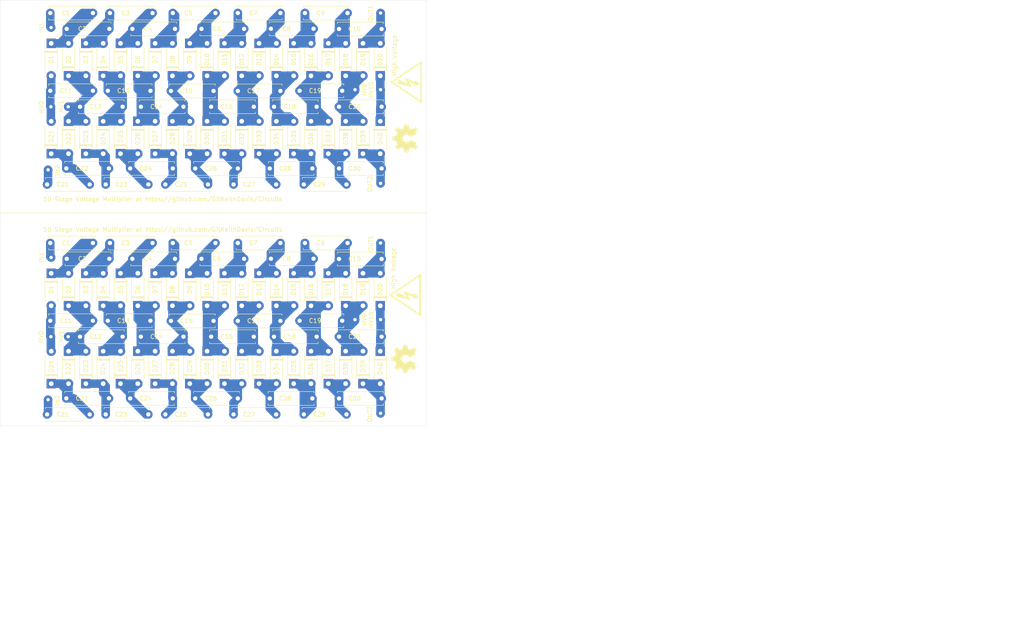
<source format=kicad_pcb>
(kicad_pcb (version 20171130) (host pcbnew 5.1.4-e60b266~84~ubuntu16.04.1)
  (title_block (title "10 stage voltage multiplier. 10p caps. 2 panels.") (date 2019-10-08) (company "Keith Davis") (comment 1 "Open Source Hardware under CERN OHL v1.2") (comment 2 "Danger: High Voltage"))
  (layers (0 F.Cu signal) (31 B.Cu signal) (34 B.Paste user) (35 F.Paste user) (36 B.SilkS user) (37 F.SilkS user) (38 B.Mask user) (39 F.Mask user) (44 Edge.Cuts user))
  (net 0 "")
  (net 1 "Net-(C1-Pad1)")
  (net 2 "Net-(C2-Pad1)")
  (net 3 "Net-(C3-Pad1)")
  (net 4 "Net-(C4-Pad1)")
  (net 5 "Net-(C5-Pad1)")
  (net 6 "Net-(C6-Pad1)")
  (net 7 "Net-(C7-Pad1)")
  (net 8 "Net-(C8-Pad1)")
  (net 9 "Net-(C10-Pad2)")
  (net 10 "Net-(C12-Pad1)")
  (net 11 "Net-(C13-Pad1)")
  (net 12 "Net-(C14-Pad1)")
  (net 13 "Net-(C15-Pad1)")
  (net 14 "Net-(C16-Pad1)")
  (net 15 "Net-(C17-Pad1)")
  (net 16 "Net-(C18-Pad1)")
  (net 17 "Net-(C21-Pad1)")
  (net 18 "Net-(C22-Pad1)")
  (net 19 "Net-(C23-Pad1)")
  (net 20 "Net-(C24-Pad1)")
  (net 21 "Net-(C25-Pad1)")
  (net 22 "Net-(C26-Pad1)")
  (net 23 "Net-(C27-Pad1)")
  (net 24 "Net-(C28-Pad1)")
  (net 25 "Net-(C29-Pad1)")
  (net 26 /multiplier/IN1)
  (net 27 /multiplier/OUT1)
  (net 28 /multiplier/HV0)
  (net 29 /multiplier/HV9)
  (net 30 /multiplier/HV10)
  (net 31 /multiplier/IN2)
  (net 32 /multiplier/OUT2)
  (net 33 /multiplier/HV1)
  (module Symbol:OSHW-Symbol_6.7x6mm_SilkScreen (layer F.Cu) (at 144.75 134.25 90)
    (fp_text reference REF** hide)
    (fp_text value OSHW-Symbol_6.7x6mm_SilkScreen hide)
  )
  (module custom:Symbol_HighVoltage_Type2_FSilk_Small (layer F.Cu) (at 145.75 119.25 90)
    (fp_text reference "High Voltage" (at 6.25 -3.5 90) (layer F.SilkS))
    (fp_text value Symbol_HighVoltage_Type2_FSilk_Small hide)
  )
  (module custom:Symbol_HighVoltage_Type2_FSilk_Small (layer F.Cu) (at 146 69.25 90)
    (fp_text reference "High Voltage" (at 6.25 -3.5 90) (layer F.SilkS))
    (fp_text value Symbol_HighVoltage_Type2_FSilk_Small hide)
  )
  (module Symbol:OSHW-Symbol_6.7x6mm_SilkScreen (layer F.Cu) (at 145 82.5 90)
    (fp_text reference REF** hide)
    (fp_text value OSHW-Symbol_6.7x6mm_SilkScreen hide)
  )
  (module "" (layer F.Cu) (at 145 125)
    (fp_text reference "" (at 145 75) (layer F.SilkS) (effects (font (size 1.27 1.27))))
    (fp_text value "" (at 145 75) (layer F.SilkS) (effects (font (size 1.27 1.27))))
  )
  (module MountingHole:MountingHole_2.2mm_M2_ISO7380 (layer F.Cu) (at 145 125)
    (fp_text reference REF** hide)
    (fp_text value MountingHole_2.2mm_M2_ISO7380 hide)
    (pad 1 np_thru_hole circle (at 0 0) (size 2.2 2.2) (drill 2.2) (layers *.Cu *.Mask))
  )
  (module MountingHole:MountingHole_2.2mm_M2_ISO7380 (layer F.Cu) (at 55 125)
    (fp_text reference REF** hide)
    (fp_text value MountingHole_2.2mm_M2_ISO7380 hide)
    (pad 1 np_thru_hole circle (at 0 0) (size 2.2 2.2) (drill 2.2) (layers *.Cu *.Mask))
  )
  (module "" (layer F.Cu) (at 55 126)
    (fp_text reference "" (at 145 75) (layer F.SilkS) (effects (font (size 1.27 1.27))))
    (fp_text value "" (at 145 75) (layer F.SilkS) (effects (font (size 1.27 1.27))))
  )
  (module MountingHole:MountingHole_3.2mm_M3 (layer F.Cu) (at 145 145)
    (fp_text reference REF** hide)
    (fp_text value MountingHole_3.2mm_M3 hide)
    (pad 1 np_thru_hole circle (at 0 0) (size 3.2 3.2) (drill 3.2) (layers *.Cu *.Mask))
  )
  (module MountingHole:MountingHole_3.2mm_M3 (layer F.Cu) (at 55 145)
    (fp_text reference REF** hide)
    (fp_text value MountingHole_3.2mm_M3 hide)
    (pad 1 np_thru_hole circle (at 0 0) (size 3.2 3.2) (drill 3.2) (layers *.Cu *.Mask))
  )
  (module MountingHole:MountingHole_3.2mm_M3 (layer F.Cu) (at 145 105)
    (fp_text reference REF** hide)
    (fp_text value MountingHole_3.2mm_M3 hide)
    (pad 1 np_thru_hole circle (at 0 0) (size 3.2 3.2) (drill 3.2) (layers *.Cu *.Mask))
  )
  (module "" (layer F.Cu) (at 145 125)
    (fp_text reference "" (at 145 75) (layer F.SilkS) (effects (font (size 1.27 1.27))))
    (fp_text value "" (at 145 75) (layer F.SilkS) (effects (font (size 1.27 1.27))))
  )
  (module MountingHole:MountingHole_3.2mm_M3 (layer F.Cu) (at 55 105)
    (fp_text reference REF** hide)
    (fp_text value MountingHole_3.2mm_M3 hide)
    (pad 1 np_thru_hole circle (at 0 0) (size 3.2 3.2) (drill 3.2) (layers *.Cu *.Mask))
  )
  (module "" (layer F.Cu) (at 55 124)
    (fp_text reference "" (at 145 75) (layer F.SilkS) (effects (font (size 1.27 1.27))))
    (fp_text value "" (at 145 75) (layer F.SilkS) (effects (font (size 1.27 1.27))))
  )
  (module custom:C_Disc_D10.5mm_W2.5mm_P10.00mm (layer F.Cu) (at 139.49 110.79 180)
    (fp_text reference C10 (at 6.35 0) (layer F.SilkS))
    (fp_text value 10n hide)
    (pad 1 thru_hole circle (at 0 0 180) (size 2 2) (drill 1) (layers *.Cu *.Mask))
    (pad 2 thru_hole circle (at 10 0 180) (size 2 2) (drill 1) (layers *.Cu *.Mask))
  )
  (module custom:C_Disc_D10.5mm_W2.5mm_P10.00mm (layer F.Cu) (at 70.99 147.29 180)
    (fp_text reference C21 (at 6.35 0) (layer F.SilkS))
    (fp_text value 10n hide)
    (pad 1 thru_hole circle (at 0 0 180) (size 2 2) (drill 1) (layers *.Cu *.Mask))
    (pad 2 thru_hole circle (at 10 0 180) (size 2 2) (drill 1) (layers *.Cu *.Mask))
  )
  (module custom:C_Disc_D10.5mm_W2.5mm_P10.00mm (layer F.Cu) (at 91.006 110.7524 180)
    (fp_text reference C4 (at 6.35 0) (layer F.SilkS))
    (fp_text value 10n hide)
    (pad 1 thru_hole circle (at 0 0 180) (size 2 2) (drill 1) (layers *.Cu *.Mask))
    (pad 2 thru_hole circle (at 10 0 180) (size 2 2) (drill 1) (layers *.Cu *.Mask))
  )
  (module custom:D_DO-41_SOD81_P7.62mm_Horizontal_ref_moved (layer F.Cu) (at 114.788 132.452 270)
    (fp_text reference D34 (at 4.1 0 90) (layer F.SilkS))
    (fp_text value R3000 hide)
    (pad 1 thru_hole rect (at 0 0 270) (size 2.2 2.2) (drill 1.1) (layers *.Cu *.Mask))
    (pad 2 thru_hole oval (at 7.62 0 270) (size 2.2 2.2) (drill 1.1) (layers *.Cu *.Mask))
  )
  (module custom:D_DO-41_SOD81_P7.62mm_Horizontal_ref_moved (layer F.Cu) (at 126.98 140.072 90)
    (fp_text reference D37 (at 4.1 0 90) (layer F.SilkS))
    (fp_text value R3000 hide)
    (pad 1 thru_hole rect (at 0 0 90) (size 2.2 2.2) (drill 1.1) (layers *.Cu *.Mask))
    (pad 2 thru_hole oval (at 7.62 0 90) (size 2.2 2.2) (drill 1.1) (layers *.Cu *.Mask))
  )
  (module custom:C_Disc_D10.5mm_W2.5mm_P10.00mm (layer F.Cu) (at 100.49 107.04 180)
    (fp_text reference C5 (at 6.35 0) (layer F.SilkS))
    (fp_text value 10n hide)
    (pad 1 thru_hole circle (at 0 0 180) (size 2 2) (drill 1) (layers *.Cu *.Mask))
    (pad 2 thru_hole circle (at 10 0 180) (size 2 2) (drill 1) (layers *.Cu *.Mask))
  )
  (module custom:D_DO-41_SOD81_P7.62mm_Horizontal_ref_moved (layer F.Cu) (at 106.66 132.452 270)
    (fp_text reference D32 (at 4.1 0 90) (layer F.SilkS))
    (fp_text value R3000 hide)
    (pad 1 thru_hole rect (at 0 0 270) (size 2.2 2.2) (drill 1.1) (layers *.Cu *.Mask))
    (pad 2 thru_hole oval (at 7.62 0 270) (size 2.2 2.2) (drill 1.1) (layers *.Cu *.Mask))
  )
  (module custom:D_DO-41_SOD81_P7.62mm_Horizontal_ref_moved (layer F.Cu) (at 110.724 140.072 90)
    (fp_text reference D33 (at 4.1 0 90) (layer F.SilkS))
    (fp_text value R3000 hide)
    (pad 1 thru_hole rect (at 0 0 90) (size 2.2 2.2) (drill 1.1) (layers *.Cu *.Mask))
    (pad 2 thru_hole oval (at 7.62 0 90) (size 2.2 2.2) (drill 1.1) (layers *.Cu *.Mask))
  )
  (module custom:D_DO-41_SOD81_P7.62mm_Horizontal_ref_moved (layer F.Cu) (at 139.172 132.452 270)
    (fp_text reference D40 (at 4.1 0 90) (layer F.SilkS))
    (fp_text value R3000 hide)
    (pad 1 thru_hole rect (at 0 0 270) (size 2.2 2.2) (drill 1.1) (layers *.Cu *.Mask))
    (pad 2 thru_hole oval (at 7.62 0 270) (size 2.2 2.2) (drill 1.1) (layers *.Cu *.Mask))
  )
  (module custom:C_Disc_D10.5mm_W2.5mm_P10.00mm (layer F.Cu) (at 139.49 129.04 180)
    (fp_text reference C20 (at 6.35 0) (layer F.SilkS))
    (fp_text value 10n hide)
    (pad 1 thru_hole circle (at 0 0 180) (size 2 2) (drill 1) (layers *.Cu *.Mask))
    (pad 2 thru_hole circle (at 10 0 180) (size 2 2) (drill 1) (layers *.Cu *.Mask))
  )
  (module custom:C_Disc_D10.5mm_W2.5mm_P10.00mm (layer F.Cu) (at 98.74 147.29 180)
    (fp_text reference C25 (at 6.35 0) (layer F.SilkS))
    (fp_text value 10n hide)
    (pad 1 thru_hole circle (at 0 0 180) (size 2 2) (drill 1) (layers *.Cu *.Mask))
    (pad 2 thru_hole circle (at 10 0 180) (size 2 2) (drill 1) (layers *.Cu *.Mask))
  )
  (module custom:C_Disc_D10.5mm_W2.5mm_P10.00mm (layer F.Cu) (at 123.518 110.727 180)
    (fp_text reference C8 (at 6.35 0) (layer F.SilkS))
    (fp_text value 10n hide)
    (pad 1 thru_hole circle (at 0 0 180) (size 2 2) (drill 1) (layers *.Cu *.Mask))
    (pad 2 thru_hole circle (at 10 0 180) (size 2 2) (drill 1) (layers *.Cu *.Mask))
  )
  (module custom:C_Disc_D10.5mm_W2.5mm_P10.00mm (layer F.Cu) (at 85.74 107.04 180)
    (fp_text reference C3 (at 6.35 0) (layer F.SilkS))
    (fp_text value 10n hide)
    (pad 1 thru_hole circle (at 0 0 180) (size 2 2) (drill 1) (layers *.Cu *.Mask))
    (pad 2 thru_hole circle (at 10 0 180) (size 2 2) (drill 1) (layers *.Cu *.Mask))
  )
  (module custom:D_DO-41_SOD81_P7.62mm_Horizontal_ref_moved (layer F.Cu) (at 98.532 132.452 270)
    (fp_text reference D30 (at 4.1 0 90) (layer F.SilkS))
    (fp_text value R3000 hide)
    (pad 1 thru_hole rect (at 0 0 270) (size 2.2 2.2) (drill 1.1) (layers *.Cu *.Mask))
    (pad 2 thru_hole oval (at 7.62 0 270) (size 2.2 2.2) (drill 1.1) (layers *.Cu *.Mask))
  )
  (module custom:D_DO-41_SOD81_P7.62mm_Horizontal_ref_moved (layer F.Cu) (at 102.596 140.072 90)
    (fp_text reference D31 (at 4.1 0 90) (layer F.SilkS))
    (fp_text value R3000 hide)
    (pad 1 thru_hole rect (at 0 0 90) (size 2.2 2.2) (drill 1.1) (layers *.Cu *.Mask))
    (pad 2 thru_hole oval (at 7.62 0 90) (size 2.2 2.2) (drill 1.1) (layers *.Cu *.Mask))
  )
  (module custom:D_DO-41_SOD81_P7.62mm_Horizontal_ref_moved (layer F.Cu) (at 70.084 114.156 270)
    (fp_text reference D3 (at 3.81 0 90) (layer F.SilkS))
    (fp_text value R3000 hide)
    (pad 1 thru_hole rect (at 0 0 270) (size 2.2 2.2) (drill 1.1) (layers *.Cu *.Mask))
    (pad 2 thru_hole oval (at 7.62 0 270) (size 2.2 2.2) (drill 1.1) (layers *.Cu *.Mask))
  )
  (module custom:D_DO-41_SOD81_P7.62mm_Horizontal_ref_moved (layer F.Cu) (at 74.148 121.776 90)
    (fp_text reference D4 (at 3.81 0 90) (layer F.SilkS))
    (fp_text value R3000 hide)
    (pad 1 thru_hole rect (at 0 0 90) (size 2.2 2.2) (drill 1.1) (layers *.Cu *.Mask))
    (pad 2 thru_hole oval (at 7.62 0 90) (size 2.2 2.2) (drill 1.1) (layers *.Cu *.Mask))
  )
  (module custom:D_DO-41_SOD81_P7.62mm_Horizontal_ref_moved (layer F.Cu) (at 78.212 114.156 270)
    (fp_text reference D5 (at 3.81 0 90) (layer F.SilkS))
    (fp_text value R3000 hide)
    (pad 1 thru_hole rect (at 0 0 270) (size 2.2 2.2) (drill 1.1) (layers *.Cu *.Mask))
    (pad 2 thru_hole oval (at 7.62 0 270) (size 2.2 2.2) (drill 1.1) (layers *.Cu *.Mask))
  )
  (module custom:D_DO-41_SOD81_P7.62mm_Horizontal_ref_moved (layer F.Cu) (at 82.276 121.776 90)
    (fp_text reference D6 (at 3.81 0 90) (layer F.SilkS))
    (fp_text value R3000 hide)
    (pad 1 thru_hole rect (at 0 0 90) (size 2.2 2.2) (drill 1.1) (layers *.Cu *.Mask))
    (pad 2 thru_hole oval (at 7.62 0 90) (size 2.2 2.2) (drill 1.1) (layers *.Cu *.Mask))
  )
  (module custom:D_DO-41_SOD81_P7.62mm_Horizontal_ref_moved (layer F.Cu) (at 86.34 114.156 270)
    (fp_text reference D7 (at 3.81 0 90) (layer F.SilkS))
    (fp_text value R3000 hide)
    (pad 1 thru_hole rect (at 0 0 270) (size 2.2 2.2) (drill 1.1) (layers *.Cu *.Mask))
    (pad 2 thru_hole oval (at 7.62 0 270) (size 2.2 2.2) (drill 1.1) (layers *.Cu *.Mask))
  )
  (module custom:D_DO-41_SOD81_P7.62mm_Horizontal_ref_moved (layer F.Cu) (at 90.404 121.776 90)
    (fp_text reference D8 (at 3.81 0 90) (layer F.SilkS))
    (fp_text value R3000 hide)
    (pad 1 thru_hole rect (at 0 0 90) (size 2.2 2.2) (drill 1.1) (layers *.Cu *.Mask))
    (pad 2 thru_hole oval (at 7.62 0 90) (size 2.2 2.2) (drill 1.1) (layers *.Cu *.Mask))
  )
  (module custom:D_DO-41_SOD81_P7.62mm_Horizontal_ref_moved (layer F.Cu) (at 98.532 121.776 90)
    (fp_text reference D10 (at 3.81 0 90) (layer F.SilkS))
    (fp_text value R3000 hide)
    (pad 1 thru_hole rect (at 0 0 90) (size 2.2 2.2) (drill 1.1) (layers *.Cu *.Mask))
    (pad 2 thru_hole oval (at 7.62 0 90) (size 2.2 2.2) (drill 1.1) (layers *.Cu *.Mask))
  )
  (module custom:D_DO-41_SOD81_P7.62mm_Horizontal_ref_moved (layer F.Cu) (at 102.596 114.156 270)
    (fp_text reference D11 (at 3.81 0 90) (layer F.SilkS))
    (fp_text value R3000 hide)
    (pad 1 thru_hole rect (at 0 0 270) (size 2.2 2.2) (drill 1.1) (layers *.Cu *.Mask))
    (pad 2 thru_hole oval (at 7.62 0 270) (size 2.2 2.2) (drill 1.1) (layers *.Cu *.Mask))
  )
  (module custom:D_DO-41_SOD81_P7.62mm_Horizontal_ref_moved (layer F.Cu) (at 106.66 121.776 90)
    (fp_text reference D12 (at 3.81 0 90) (layer F.SilkS))
    (fp_text value R3000 hide)
    (pad 1 thru_hole rect (at 0 0 90) (size 2.2 2.2) (drill 1.1) (layers *.Cu *.Mask))
    (pad 2 thru_hole oval (at 7.62 0 90) (size 2.2 2.2) (drill 1.1) (layers *.Cu *.Mask))
  )
  (module custom:D_DO-41_SOD81_P7.62mm_Horizontal_ref_moved (layer F.Cu) (at 110.724 114.156 270)
    (fp_text reference D13 (at 3.81 0 90) (layer F.SilkS))
    (fp_text value R3000 hide)
    (pad 1 thru_hole rect (at 0 0 270) (size 2.2 2.2) (drill 1.1) (layers *.Cu *.Mask))
    (pad 2 thru_hole oval (at 7.62 0 270) (size 2.2 2.2) (drill 1.1) (layers *.Cu *.Mask))
  )
  (module custom:D_DO-41_SOD81_P7.62mm_Horizontal_ref_moved (layer F.Cu) (at 114.788 121.776 90)
    (fp_text reference D14 (at 3.81 0 90) (layer F.SilkS))
    (fp_text value R3000 hide)
    (pad 1 thru_hole rect (at 0 0 90) (size 2.2 2.2) (drill 1.1) (layers *.Cu *.Mask))
    (pad 2 thru_hole oval (at 7.62 0 90) (size 2.2 2.2) (drill 1.1) (layers *.Cu *.Mask))
  )
  (module custom:D_DO-41_SOD81_P7.62mm_Horizontal_ref_moved (layer F.Cu) (at 118.852 114.156 270)
    (fp_text reference D15 (at 3.81 0 90) (layer F.SilkS))
    (fp_text value R3000 hide)
    (pad 1 thru_hole rect (at 0 0 270) (size 2.2 2.2) (drill 1.1) (layers *.Cu *.Mask))
    (pad 2 thru_hole oval (at 7.62 0 270) (size 2.2 2.2) (drill 1.1) (layers *.Cu *.Mask))
  )
  (module custom:D_DO-41_SOD81_P7.62mm_Horizontal_ref_moved (layer F.Cu) (at 122.916 121.776 90)
    (fp_text reference D16 (at 3.81 0 90) (layer F.SilkS))
    (fp_text value R3000 hide)
    (pad 1 thru_hole rect (at 0 0 90) (size 2.2 2.2) (drill 1.1) (layers *.Cu *.Mask))
    (pad 2 thru_hole oval (at 7.62 0 90) (size 2.2 2.2) (drill 1.1) (layers *.Cu *.Mask))
  )
  (module custom:D_DO-41_SOD81_P7.62mm_Horizontal_ref_moved (layer F.Cu) (at 126.98 114.156 270)
    (fp_text reference D17 (at 3.81 0 90) (layer F.SilkS))
    (fp_text value R3000 hide)
    (pad 1 thru_hole rect (at 0 0 270) (size 2.2 2.2) (drill 1.1) (layers *.Cu *.Mask))
    (pad 2 thru_hole oval (at 7.62 0 270) (size 2.2 2.2) (drill 1.1) (layers *.Cu *.Mask))
  )
  (module custom:D_DO-41_SOD81_P7.62mm_Horizontal_ref_moved (layer F.Cu) (at 131.044 121.776 90)
    (fp_text reference D18 (at 3.81 0 90) (layer F.SilkS))
    (fp_text value R3000 hide)
    (pad 1 thru_hole rect (at 0 0 90) (size 2.2 2.2) (drill 1.1) (layers *.Cu *.Mask))
    (pad 2 thru_hole oval (at 7.62 0 90) (size 2.2 2.2) (drill 1.1) (layers *.Cu *.Mask))
  )
  (module custom:D_DO-41_SOD81_P7.62mm_Horizontal_ref_moved (layer F.Cu) (at 135.108 114.156 270)
    (fp_text reference D19 (at 3.81 0 90) (layer F.SilkS))
    (fp_text value R3000 hide)
    (pad 1 thru_hole rect (at 0 0 270) (size 2.2 2.2) (drill 1.1) (layers *.Cu *.Mask))
    (pad 2 thru_hole oval (at 7.62 0 270) (size 2.2 2.2) (drill 1.1) (layers *.Cu *.Mask))
  )
  (module custom:D_DO-41_SOD81_P7.62mm_Horizontal_ref_moved (layer F.Cu) (at 139.172 121.776 90)
    (fp_text reference D20 (at 3.81 0 90) (layer F.SilkS))
    (fp_text value R3000 hide)
    (pad 1 thru_hole rect (at 0 0 90) (size 2.2 2.2) (drill 1.1) (layers *.Cu *.Mask))
    (pad 2 thru_hole oval (at 7.62 0 90) (size 2.2 2.2) (drill 1.1) (layers *.Cu *.Mask))
  )
  (module custom:D_DO-41_SOD81_P7.62mm_Horizontal_ref_moved (layer F.Cu) (at 61.956 140.072 90)
    (fp_text reference D21 (at 4.1 0 90) (layer F.SilkS))
    (fp_text value R3000 hide)
    (pad 1 thru_hole rect (at 0 0 90) (size 2.2 2.2) (drill 1.1) (layers *.Cu *.Mask))
    (pad 2 thru_hole oval (at 7.62 0 90) (size 2.2 2.2) (drill 1.1) (layers *.Cu *.Mask))
  )
  (module custom:D_DO-41_SOD81_P7.62mm_Horizontal_ref_moved (layer F.Cu) (at 66.02 132.452 270)
    (fp_text reference D22 (at 4.1 0 90) (layer F.SilkS))
    (fp_text value R3000 hide)
    (pad 1 thru_hole rect (at 0 0 270) (size 2.2 2.2) (drill 1.1) (layers *.Cu *.Mask))
    (pad 2 thru_hole oval (at 7.62 0 270) (size 2.2 2.2) (drill 1.1) (layers *.Cu *.Mask))
  )
  (module custom:D_DO-41_SOD81_P7.62mm_Horizontal_ref_moved (layer F.Cu) (at 70.084 140.072 90)
    (fp_text reference D23 (at 4.1 0 90) (layer F.SilkS))
    (fp_text value R3000 hide)
    (pad 1 thru_hole rect (at 0 0 90) (size 2.2 2.2) (drill 1.1) (layers *.Cu *.Mask))
    (pad 2 thru_hole oval (at 7.62 0 90) (size 2.2 2.2) (drill 1.1) (layers *.Cu *.Mask))
  )
  (module custom:D_DO-41_SOD81_P7.62mm_Horizontal_ref_moved (layer F.Cu) (at 74.148 132.452 270)
    (fp_text reference D24 (at 4.1 0 90) (layer F.SilkS))
    (fp_text value R3000 hide)
    (pad 1 thru_hole rect (at 0 0 270) (size 2.2 2.2) (drill 1.1) (layers *.Cu *.Mask))
    (pad 2 thru_hole oval (at 7.62 0 270) (size 2.2 2.2) (drill 1.1) (layers *.Cu *.Mask))
  )
  (module custom:D_DO-41_SOD81_P7.62mm_Horizontal_ref_moved (layer F.Cu) (at 78.212 140.072 90)
    (fp_text reference D25 (at 4.1 0 90) (layer F.SilkS))
    (fp_text value R3000 hide)
    (pad 1 thru_hole rect (at 0 0 90) (size 2.2 2.2) (drill 1.1) (layers *.Cu *.Mask))
    (pad 2 thru_hole oval (at 7.62 0 90) (size 2.2 2.2) (drill 1.1) (layers *.Cu *.Mask))
  )
  (module custom:D_DO-41_SOD81_P7.62mm_Horizontal_ref_moved (layer F.Cu) (at 82.276 132.452 270)
    (fp_text reference D26 (at 4.1 0 90) (layer F.SilkS))
    (fp_text value R3000 hide)
    (pad 1 thru_hole rect (at 0 0 270) (size 2.2 2.2) (drill 1.1) (layers *.Cu *.Mask))
    (pad 2 thru_hole oval (at 7.62 0 270) (size 2.2 2.2) (drill 1.1) (layers *.Cu *.Mask))
  )
  (module custom:D_DO-41_SOD81_P7.62mm_Horizontal_ref_moved (layer F.Cu) (at 86.34 140.072 90)
    (fp_text reference D27 (at 4.1 0 90) (layer F.SilkS))
    (fp_text value R3000 hide)
    (pad 1 thru_hole rect (at 0 0 90) (size 2.2 2.2) (drill 1.1) (layers *.Cu *.Mask))
    (pad 2 thru_hole oval (at 7.62 0 90) (size 2.2 2.2) (drill 1.1) (layers *.Cu *.Mask))
  )
  (module custom:D_DO-41_SOD81_P7.62mm_Horizontal_ref_moved (layer F.Cu) (at 90.404 132.452 270)
    (fp_text reference D28 (at 4.1 0 90) (layer F.SilkS))
    (fp_text value R3000 hide)
    (pad 1 thru_hole rect (at 0 0 270) (size 2.2 2.2) (drill 1.1) (layers *.Cu *.Mask))
    (pad 2 thru_hole oval (at 7.62 0 270) (size 2.2 2.2) (drill 1.1) (layers *.Cu *.Mask))
  )
  (module custom:D_DO-41_SOD81_P7.62mm_Horizontal_ref_moved (layer F.Cu) (at 94.468 140.072 90)
    (fp_text reference D29 (at 4.1 0 90) (layer F.SilkS))
    (fp_text value R3000 hide)
    (pad 1 thru_hole rect (at 0 0 90) (size 2.2 2.2) (drill 1.1) (layers *.Cu *.Mask))
    (pad 2 thru_hole oval (at 7.62 0 90) (size 2.2 2.2) (drill 1.1) (layers *.Cu *.Mask))
  )
  (module custom:C_Disc_D10.5mm_W2.5mm_P10.00mm (layer F.Cu) (at 109.49 129.04 180)
    (fp_text reference C16 (at 6.35 0) (layer F.SilkS))
    (fp_text value 10n hide)
    (pad 1 thru_hole circle (at 0 0 180) (size 2 2) (drill 1) (layers *.Cu *.Mask))
    (pad 2 thru_hole circle (at 10 0 180) (size 2 2) (drill 1) (layers *.Cu *.Mask))
  )
  (module custom:C_Disc_D10.5mm_W2.5mm_P10.00mm (layer F.Cu) (at 71.74 125.29 180)
    (fp_text reference C11 (at 6.35 0) (layer F.SilkS))
    (fp_text value 10n hide)
    (pad 1 thru_hole circle (at 0 0 180) (size 2 2) (drill 1) (layers *.Cu *.Mask))
    (pad 2 thru_hole circle (at 10 0 180) (size 2 2) (drill 1) (layers *.Cu *.Mask))
  )
  (module custom:C_Disc_D10.5mm_W2.5mm_P10.00mm (layer F.Cu) (at 115.74 125.332 180)
    (fp_text reference C17 (at 6.35 0) (layer F.SilkS))
    (fp_text value 10n hide)
    (pad 1 thru_hole circle (at 0 0 180) (size 2 2) (drill 1) (layers *.Cu *.Mask))
    (pad 2 thru_hole circle (at 10 0 180) (size 2 2) (drill 1) (layers *.Cu *.Mask))
  )
  (module custom:C_Disc_D10.5mm_W2.5mm_P10.00mm (layer F.Cu) (at 85.24 125.29 180)
    (fp_text reference C13 (at 6.35 0) (layer F.SilkS))
    (fp_text value 10n hide)
    (pad 1 thru_hole circle (at 0 0 180) (size 2 2) (drill 1) (layers *.Cu *.Mask))
    (pad 2 thru_hole circle (at 10 0 180) (size 2 2) (drill 1) (layers *.Cu *.Mask))
  )
  (module Connector_Wire:SolderWirePad_1x01_Drill0.8mm (layer F.Cu) (at 139.24 107.04)
    (fp_text reference OUT1 (at -2.3286 0.0802 90) (layer F.SilkS))
    (fp_text value Conn_01x01 hide)
    (pad 1 thru_hole circle (at 0 0) (size 1.99898 1.99898) (drill 0.8001) (layers *.Cu *.Mask))
  )
  (module custom:C_Disc_D10.5mm_W2.5mm_P10.00mm (layer F.Cu) (at 100.056 125.332 180)
    (fp_text reference C15 (at 6.35 0) (layer F.SilkS))
    (fp_text value 10n hide)
    (pad 1 thru_hole circle (at 0 0 180) (size 2 2) (drill 1) (layers *.Cu *.Mask))
    (pad 2 thru_hole circle (at 10 0 180) (size 2 2) (drill 1) (layers *.Cu *.Mask))
  )
  (module custom:C_Disc_D10.5mm_W2.5mm_P10.00mm (layer F.Cu) (at 131.49 107.04 180)
    (fp_text reference C9 (at 6.35 0) (layer F.SilkS))
    (fp_text value 10n hide)
    (pad 1 thru_hole circle (at 0 0 180) (size 2 2) (drill 1) (layers *.Cu *.Mask))
    (pad 2 thru_hole circle (at 10 0 180) (size 2 2) (drill 1) (layers *.Cu *.Mask))
  )
  (module custom:C_Disc_D10.5mm_W2.5mm_P10.00mm (layer F.Cu) (at 92.99 129.04 180)
    (fp_text reference C14 (at 6.35 0) (layer F.SilkS))
    (fp_text value 10n hide)
    (pad 1 thru_hole circle (at 0 0 180) (size 2 2) (drill 1) (layers *.Cu *.Mask))
    (pad 2 thru_hole circle (at 10 0 180) (size 2 2) (drill 1) (layers *.Cu *.Mask))
  )
  (module custom:C_Disc_D10.5mm_W2.5mm_P10.00mm (layer F.Cu) (at 78.72 129.0404 180)
    (fp_text reference C12 (at 6.35 0) (layer F.SilkS))
    (fp_text value 10n hide)
    (pad 1 thru_hole circle (at 0 0 180) (size 2 2) (drill 1) (layers *.Cu *.Mask))
    (pad 2 thru_hole circle (at 10 0 180) (size 2 2) (drill 1) (layers *.Cu *.Mask))
  )
  (module custom:C_Disc_D10.5mm_W2.5mm_P10.00mm (layer F.Cu) (at 124.24 129.04 180)
    (fp_text reference C18 (at 6.35 0) (layer F.SilkS))
    (fp_text value 10n hide)
    (pad 1 thru_hole circle (at 0 0 180) (size 2 2) (drill 1) (layers *.Cu *.Mask))
    (pad 2 thru_hole circle (at 10 0 180) (size 2 2) (drill 1) (layers *.Cu *.Mask))
  )
  (module Connector_Wire:SolderWirePad_1x01_Drill0.8mm (layer F.Cu) (at 61.8798 129.0404 180)
    (fp_text reference HV0 (at 2.2774 -0.0798 90) (layer F.SilkS))
    (fp_text value Conn_01x01 hide)
    (pad 1 thru_hole circle (at 0 0 180) (size 1.99898 1.99898) (drill 0.8001) (layers *.Cu *.Mask))
  )
  (module Connector_Wire:SolderWirePad_1x01_Drill0.8mm (layer F.Cu) (at 61.2194 143.8486)
    (fp_text reference IN2 (at 2.2098 0.127 270) (layer F.SilkS))
    (fp_text value Conn_01x01 hide)
    (pad 1 thru_hole circle (at 0 0) (size 1.99898 1.99898) (drill 0.8001) (layers *.Cu *.Mask))
  )
  (module custom:C_Disc_D10.5mm_W2.5mm_P10.00mm (layer F.Cu) (at 131.24 147.29 180)
    (fp_text reference C29 (at 6.35 0) (layer F.SilkS))
    (fp_text value 10n hide)
    (pad 1 thru_hole circle (at 0 0 180) (size 2 2) (drill 1) (layers *.Cu *.Mask))
    (pad 2 thru_hole circle (at 10 0 180) (size 2 2) (drill 1) (layers *.Cu *.Mask))
  )
  (module Connector_Wire:SolderWirePad_1x01_Drill0.8mm (layer F.Cu) (at 139.24 125.04)
    (fp_text reference HV10 (at -2.1762 0.0634 90) (layer F.SilkS))
    (fp_text value Conn_01x01 hide)
    (pad 1 thru_hole circle (at 0 0) (size 1.99898 1.99898) (drill 0.8001) (layers *.Cu *.Mask))
  )
  (module Connector_Wire:SolderWirePad_1x01_Drill0.8mm (layer F.Cu) (at 139.24 147.04)
    (fp_text reference OUT2 (at -2.5064 0.1614 90) (layer F.SilkS))
    (fp_text value Conn_01x01 hide)
    (pad 1 thru_hole circle (at 0 0) (size 1.99898 1.99898) (drill 0.8001) (layers *.Cu *.Mask))
  )
  (module Connector_Wire:SolderWirePad_1x01_Drill0.8mm (layer F.Cu) (at 61.9306 110.4476)
    (fp_text reference IN1 (at -2.2606 0 90) (layer F.SilkS))
    (fp_text value Conn_01x01 hide)
    (pad 1 thru_hole circle (at 0 0) (size 1.99898 1.99898) (drill 0.8001) (layers *.Cu *.Mask))
  )
  (module Connector_Wire:SolderWirePad_1x01_Drill0.8mm (layer F.Cu) (at 133.24 125.04)
    (fp_text reference HV9 (at 2.25 0 90) (layer F.SilkS))
    (fp_text value Conn_01x01 hide)
    (pad 1 thru_hole circle (at 0 0) (size 1.99898 1.99898) (drill 0.8001) (layers *.Cu *.Mask))
  )
  (module custom:C_Disc_D10.5mm_W2.5mm_P10.00mm (layer F.Cu) (at 123.24 143.54 180)
    (fp_text reference C28 (at 6.35 0) (layer F.SilkS))
    (fp_text value 10n hide)
    (pad 1 thru_hole circle (at 0 0 180) (size 2 2) (drill 1) (layers *.Cu *.Mask))
    (pad 2 thru_hole circle (at 10 0 180) (size 2 2) (drill 1) (layers *.Cu *.Mask))
  )
  (module custom:C_Disc_D10.5mm_W2.5mm_P10.00mm (layer F.Cu) (at 71.74 107.04 180)
    (fp_text reference C1 (at 6.35 0) (layer F.SilkS))
    (fp_text value 10n hide)
    (pad 1 thru_hole circle (at 0 0 180) (size 2 2) (drill 1) (layers *.Cu *.Mask))
    (pad 2 thru_hole circle (at 10 0 180) (size 2 2) (drill 1) (layers *.Cu *.Mask))
  )
  (module custom:D_DO-41_SOD81_P7.62mm_Horizontal_ref_moved (layer F.Cu) (at 94.468 114.156 270)
    (fp_text reference D9 (at 3.81 0 90) (layer F.SilkS))
    (fp_text value R3000 hide)
    (pad 1 thru_hole rect (at 0 0 270) (size 2.2 2.2) (drill 1.1) (layers *.Cu *.Mask))
    (pad 2 thru_hole oval (at 7.62 0 270) (size 2.2 2.2) (drill 1.1) (layers *.Cu *.Mask))
  )
  (module custom:C_Disc_D10.5mm_W2.5mm_P10.00mm (layer F.Cu) (at 75.5958 110.7524 180)
    (fp_text reference C2 (at 6.35 0) (layer F.SilkS))
    (fp_text value 10n hide)
    (pad 1 thru_hole circle (at 0 0 180) (size 2 2) (drill 1) (layers *.Cu *.Mask))
    (pad 2 thru_hole circle (at 10 0 180) (size 2 2) (drill 1) (layers *.Cu *.Mask))
  )
  (module custom:C_Disc_D10.5mm_W2.5mm_P10.00mm (layer F.Cu) (at 107.2188 110.7524 180)
    (fp_text reference C6 (at 6.35 0) (layer F.SilkS))
    (fp_text value 10n hide)
    (pad 1 thru_hole circle (at 0 0 180) (size 2 2) (drill 1) (layers *.Cu *.Mask))
    (pad 2 thru_hole circle (at 10 0 180) (size 2 2) (drill 1) (layers *.Cu *.Mask))
  )
  (module custom:D_DO-41_SOD81_P7.62mm_Horizontal_ref_moved (layer F.Cu) (at 122.916 132.452 270)
    (fp_text reference D36 (at 4.1 0 90) (layer F.SilkS))
    (fp_text value R3000 hide)
    (pad 1 thru_hole rect (at 0 0 270) (size 2.2 2.2) (drill 1.1) (layers *.Cu *.Mask))
    (pad 2 thru_hole oval (at 7.62 0 270) (size 2.2 2.2) (drill 1.1) (layers *.Cu *.Mask))
  )
  (module custom:C_Disc_D10.5mm_W2.5mm_P10.00mm (layer F.Cu) (at 90.49 143.54 180)
    (fp_text reference C24 (at 6.35 0) (layer F.SilkS))
    (fp_text value 10n hide)
    (pad 1 thru_hole circle (at 0 0 180) (size 2 2) (drill 1) (layers *.Cu *.Mask))
    (pad 2 thru_hole circle (at 10 0 180) (size 2 2) (drill 1) (layers *.Cu *.Mask))
  )
  (module custom:C_Disc_D10.5mm_W2.5mm_P10.00mm (layer F.Cu) (at 115.74 107.04 180)
    (fp_text reference C7 (at 6.35 0) (layer F.SilkS))
    (fp_text value 10n hide)
    (pad 1 thru_hole circle (at 0 0 180) (size 2 2) (drill 1) (layers *.Cu *.Mask))
    (pad 2 thru_hole circle (at 10 0 180) (size 2 2) (drill 1) (layers *.Cu *.Mask))
  )
  (module custom:D_DO-41_SOD81_P7.62mm_Horizontal_ref_moved (layer F.Cu) (at 135.108 140.072 90)
    (fp_text reference D39 (at 4.1 0 90) (layer F.SilkS))
    (fp_text value R3000 hide)
    (pad 1 thru_hole rect (at 0 0 90) (size 2.2 2.2) (drill 1.1) (layers *.Cu *.Mask))
    (pad 2 thru_hole oval (at 7.62 0 90) (size 2.2 2.2) (drill 1.1) (layers *.Cu *.Mask))
  )
  (module custom:C_Disc_D10.5mm_W2.5mm_P10.00mm (layer F.Cu) (at 105.74 143.54 180)
    (fp_text reference C26 (at 6.35 0) (layer F.SilkS))
    (fp_text value 10n hide)
    (pad 1 thru_hole circle (at 0 0 180) (size 2 2) (drill 1) (layers *.Cu *.Mask))
    (pad 2 thru_hole circle (at 10 0 180) (size 2 2) (drill 1) (layers *.Cu *.Mask))
  )
  (module custom:D_DO-41_SOD81_P7.62mm_Horizontal_ref_moved (layer F.Cu) (at 118.852 140.072 90)
    (fp_text reference D35 (at 4.1 0 90) (layer F.SilkS))
    (fp_text value R3000 hide)
    (pad 1 thru_hole rect (at 0 0 90) (size 2.2 2.2) (drill 1.1) (layers *.Cu *.Mask))
    (pad 2 thru_hole oval (at 7.62 0 90) (size 2.2 2.2) (drill 1.1) (layers *.Cu *.Mask))
  )
  (module custom:C_Disc_D10.5mm_W2.5mm_P10.00mm (layer F.Cu) (at 114.74 147.29 180)
    (fp_text reference C27 (at 6.35 0) (layer F.SilkS))
    (fp_text value 10n hide)
    (pad 1 thru_hole circle (at 0 0 180) (size 2 2) (drill 1) (layers *.Cu *.Mask))
    (pad 2 thru_hole circle (at 10 0 180) (size 2 2) (drill 1) (layers *.Cu *.Mask))
  )
  (module custom:C_Disc_D10.5mm_W2.5mm_P10.00mm (layer F.Cu) (at 84.74 147.29 180)
    (fp_text reference C23 (at 6.35 0) (layer F.SilkS))
    (fp_text value 10n hide)
    (pad 1 thru_hole circle (at 0 0 180) (size 2 2) (drill 1) (layers *.Cu *.Mask))
    (pad 2 thru_hole circle (at 10 0 180) (size 2 2) (drill 1) (layers *.Cu *.Mask))
  )
  (module custom:C_Disc_D10.5mm_W2.5mm_P10.00mm (layer F.Cu) (at 75.4942 143.5184 180)
    (fp_text reference C22 (at 6.35 0) (layer F.SilkS))
    (fp_text value 10n hide)
    (pad 1 thru_hole circle (at 0 0 180) (size 2 2) (drill 1) (layers *.Cu *.Mask))
    (pad 2 thru_hole circle (at 10 0 180) (size 2 2) (drill 1) (layers *.Cu *.Mask))
  )
  (module custom:D_DO-41_SOD81_P7.62mm_Horizontal_ref_moved (layer F.Cu) (at 131.044 132.452 270)
    (fp_text reference D38 (at 4.1 0 90) (layer F.SilkS))
    (fp_text value R3000 hide)
    (pad 1 thru_hole rect (at 0 0 270) (size 2.2 2.2) (drill 1.1) (layers *.Cu *.Mask))
    (pad 2 thru_hole oval (at 7.62 0 270) (size 2.2 2.2) (drill 1.1) (layers *.Cu *.Mask))
  )
  (module custom:D_DO-41_SOD81_P7.62mm_Horizontal_ref_moved (layer F.Cu) (at 61.956 114.156 270)
    (fp_text reference D1 (at 3.81 0 90) (layer F.SilkS))
    (fp_text value R3000 hide)
    (pad 1 thru_hole rect (at 0 0 270) (size 2.2 2.2) (drill 1.1) (layers *.Cu *.Mask))
    (pad 2 thru_hole oval (at 7.62 0 270) (size 2.2 2.2) (drill 1.1) (layers *.Cu *.Mask))
  )
  (module custom:D_DO-41_SOD81_P7.62mm_Horizontal_ref_moved (layer F.Cu) (at 66.02 121.776 90)
    (fp_text reference D2 (at 3.81 0 90) (layer F.SilkS))
    (fp_text value R3000 hide)
    (pad 1 thru_hole rect (at 0 0 90) (size 2.2 2.2) (drill 1.1) (layers *.Cu *.Mask))
    (pad 2 thru_hole oval (at 7.62 0 90) (size 2.2 2.2) (drill 1.1) (layers *.Cu *.Mask))
  )
  (module Connector_Wire:SolderWirePad_1x01_Drill0.8mm (layer F.Cu) (at 65.9438 129.0404 90)
    (fp_text reference HV1 (at 0.0762 -1.651 90) (layer F.SilkS))
    (fp_text value Conn_01x01 hide)
    (pad 1 thru_hole circle (at 0 0 90) (size 1.99898 1.99898) (drill 0.8001) (layers *.Cu *.Mask))
  )
  (module custom:C_Disc_D10.5mm_W2.5mm_P10.00mm (layer F.Cu) (at 139.49 143.54 180)
    (fp_text reference C30 (at 6.35 0) (layer F.SilkS))
    (fp_text value 10n hide)
    (pad 1 thru_hole circle (at 0 0 180) (size 2 2) (drill 1) (layers *.Cu *.Mask))
    (pad 2 thru_hole circle (at 10 0 180) (size 2 2) (drill 1) (layers *.Cu *.Mask))
  )
  (module custom:C_Disc_D10.5mm_W2.5mm_P10.00mm (layer F.Cu) (at 130.24 125.29 180)
    (fp_text reference C19 (at 6.35 0) (layer F.SilkS))
    (fp_text value 10n hide)
    (pad 1 thru_hole circle (at 0 0 180) (size 2 2) (drill 1) (layers *.Cu *.Mask))
    (pad 2 thru_hole circle (at 10 0 180) (size 2 2) (drill 1) (layers *.Cu *.Mask))
  )
  (module MountingHole:MountingHole_2.2mm_M2_ISO7380 (layer F.Cu) (at 55 75)
    (fp_text reference REF** hide)
    (fp_text value MountingHole_2.2mm_M2_ISO7380 hide)
    (pad 1 np_thru_hole circle (at 0 0) (size 2.2 2.2) (drill 2.2) (layers *.Cu *.Mask))
  )
  (module "" (layer F.Cu) (at 55 76)
    (fp_text reference "" (at 145 75) (layer F.SilkS) (effects (font (size 1.27 1.27))))
    (fp_text value "" (at 145 75) (layer F.SilkS) (effects (font (size 1.27 1.27))))
  )
  (module "" (layer F.Cu) (at 145 75)
    (fp_text reference "" (at 145 75) (layer F.SilkS) (effects (font (size 1.27 1.27))))
    (fp_text value "" (at 145 75) (layer F.SilkS) (effects (font (size 1.27 1.27))))
  )
  (module "" (layer F.Cu) (at 55 74)
    (fp_text reference "" (at 145 75) (layer F.SilkS) (effects (font (size 1.27 1.27))))
    (fp_text value "" (at 145 75) (layer F.SilkS) (effects (font (size 1.27 1.27))))
  )
  (module "" (layer F.Cu) (at 145 75)
    (fp_text reference "" (at 145 75) (layer F.SilkS) (effects (font (size 1.27 1.27))))
    (fp_text value "" (at 145 75) (layer F.SilkS) (effects (font (size 1.27 1.27))))
  )
  (module MountingHole:MountingHole_2.2mm_M2_ISO7380 (layer F.Cu) (at 145 75)
    (fp_text reference REF** hide)
    (fp_text value MountingHole_2.2mm_M2_ISO7380 hide)
    (pad 1 np_thru_hole circle (at 0 0) (size 2.2 2.2) (drill 2.2) (layers *.Cu *.Mask))
  )
  (module MountingHole:MountingHole_3.2mm_M3 (layer F.Cu) (at 55 95)
    (fp_text reference REF** hide)
    (fp_text value MountingHole_3.2mm_M3 hide)
    (pad 1 np_thru_hole circle (at 0 0) (size 3.2 3.2) (drill 3.2) (layers *.Cu *.Mask))
  )
  (module MountingHole:MountingHole_3.2mm_M3 (layer F.Cu) (at 145 95)
    (fp_text reference REF** hide)
    (fp_text value MountingHole_3.2mm_M3 hide)
    (pad 1 np_thru_hole circle (at 0 0) (size 3.2 3.2) (drill 3.2) (layers *.Cu *.Mask))
  )
  (module MountingHole:MountingHole_3.2mm_M3 (layer F.Cu) (at 145 55)
    (fp_text reference REF** hide)
    (fp_text value MountingHole_3.2mm_M3 hide)
    (pad 1 np_thru_hole circle (at 0 0) (size 3.2 3.2) (drill 3.2) (layers *.Cu *.Mask))
  )
  (module MountingHole:MountingHole_3.2mm_M3 (layer F.Cu) (at 55 55)
    (fp_text reference REF** hide)
    (fp_text value MountingHole_3.2mm_M3 hide)
    (pad 1 np_thru_hole circle (at 0 0) (size 3.2 3.2) (drill 3.2) (layers *.Cu *.Mask))
  )
  (module Connector_Wire:SolderWirePad_1x01_Drill0.8mm (layer F.Cu) (at 65.9438 75.0404 90)
    (fp_text reference HV1 (at 0.0762 -1.651 90) (layer F.SilkS))
    (fp_text value Conn_01x01 hide)
    (pad 1 thru_hole circle (at 0 0 90) (size 1.99898 1.99898) (drill 0.8001) (layers *.Cu *.Mask) (net 33 /multiplier/HV1))
  )
  (module Connector_Wire:SolderWirePad_1x01_Drill0.8mm (layer F.Cu) (at 61.2194 89.8486)
    (fp_text reference IN2 (at 2.2098 0.127 270) (layer F.SilkS))
    (fp_text value Conn_01x01 hide)
    (pad 1 thru_hole circle (at 0 0) (size 1.99898 1.99898) (drill 0.8001) (layers *.Cu *.Mask) (net 31 /multiplier/IN2))
  )
  (module Connector_Wire:SolderWirePad_1x01_Drill0.8mm (layer F.Cu) (at 61.9306 56.4476)
    (fp_text reference IN1 (at -2.2606 0 90) (layer F.SilkS))
    (fp_text value Conn_01x01 hide)
    (pad 1 thru_hole circle (at 0 0) (size 1.99898 1.99898) (drill 0.8001) (layers *.Cu *.Mask) (net 26 /multiplier/IN1))
  )
  (module Connector_Wire:SolderWirePad_1x01_Drill0.8mm (layer F.Cu) (at 133.24 71.04)
    (fp_text reference HV9 (at 2.25 0 90) (layer F.SilkS))
    (fp_text value Conn_01x01 hide)
    (pad 1 thru_hole circle (at 0 0) (size 1.99898 1.99898) (drill 0.8001) (layers *.Cu *.Mask) (net 29 /multiplier/HV9))
  )
  (module Connector_Wire:SolderWirePad_1x01_Drill0.8mm (layer F.Cu) (at 139.24 53.04)
    (fp_text reference OUT1 (at -2.3286 0.0802 90) (layer F.SilkS))
    (fp_text value Conn_01x01 hide)
    (pad 1 thru_hole circle (at 0 0) (size 1.99898 1.99898) (drill 0.8001) (layers *.Cu *.Mask) (net 27 /multiplier/OUT1))
  )
  (module Connector_Wire:SolderWirePad_1x01_Drill0.8mm (layer F.Cu) (at 61.8798 75.0404 180)
    (fp_text reference HV0 (at 2.2774 -0.0798 90) (layer F.SilkS))
    (fp_text value Conn_01x01 hide)
    (pad 1 thru_hole circle (at 0 0 180) (size 1.99898 1.99898) (drill 0.8001) (layers *.Cu *.Mask) (net 28 /multiplier/HV0))
  )
  (module Connector_Wire:SolderWirePad_1x01_Drill0.8mm (layer F.Cu) (at 139.24 93.04)
    (fp_text reference OUT2 (at -2.5064 0.1614 90) (layer F.SilkS))
    (fp_text value Conn_01x01 hide)
    (pad 1 thru_hole circle (at 0 0) (size 1.99898 1.99898) (drill 0.8001) (layers *.Cu *.Mask) (net 32 /multiplier/OUT2))
  )
  (module Connector_Wire:SolderWirePad_1x01_Drill0.8mm (layer F.Cu) (at 139.24 71.04)
    (fp_text reference HV10 (at -2.1762 0.0634 90) (layer F.SilkS))
    (fp_text value Conn_01x01 hide)
    (pad 1 thru_hole circle (at 0 0) (size 1.99898 1.99898) (drill 0.8001) (layers *.Cu *.Mask) (net 30 /multiplier/HV10))
  )
  (module custom:C_Disc_D10.5mm_W2.5mm_P10.00mm (layer F.Cu) (at 139.49 89.54 180)
    (fp_text reference C30 (at 6.35 0) (layer F.SilkS))
    (fp_text value 10n hide)
    (pad 2 thru_hole circle (at 10 0 180) (size 2 2) (drill 1) (layers *.Cu *.Mask) (net 25 "Net-(C29-Pad1)"))
    (pad 1 thru_hole circle (at 0 0 180) (size 2 2) (drill 1) (layers *.Cu *.Mask) (net 32 /multiplier/OUT2))
  )
  (module custom:C_Disc_D10.5mm_W2.5mm_P10.00mm (layer F.Cu) (at 131.24 93.29 180)
    (fp_text reference C29 (at 6.35 0) (layer F.SilkS))
    (fp_text value 10n hide)
    (pad 2 thru_hole circle (at 10 0 180) (size 2 2) (drill 1) (layers *.Cu *.Mask) (net 24 "Net-(C28-Pad1)"))
    (pad 1 thru_hole circle (at 0 0 180) (size 2 2) (drill 1) (layers *.Cu *.Mask) (net 25 "Net-(C29-Pad1)"))
  )
  (module custom:C_Disc_D10.5mm_W2.5mm_P10.00mm (layer F.Cu) (at 123.24 89.54 180)
    (fp_text reference C28 (at 6.35 0) (layer F.SilkS))
    (fp_text value 10n hide)
    (pad 2 thru_hole circle (at 10 0 180) (size 2 2) (drill 1) (layers *.Cu *.Mask) (net 23 "Net-(C27-Pad1)"))
    (pad 1 thru_hole circle (at 0 0 180) (size 2 2) (drill 1) (layers *.Cu *.Mask) (net 24 "Net-(C28-Pad1)"))
  )
  (module custom:C_Disc_D10.5mm_W2.5mm_P10.00mm (layer F.Cu) (at 114.74 93.29 180)
    (fp_text reference C27 (at 6.35 0) (layer F.SilkS))
    (fp_text value 10n hide)
    (pad 2 thru_hole circle (at 10 0 180) (size 2 2) (drill 1) (layers *.Cu *.Mask) (net 22 "Net-(C26-Pad1)"))
    (pad 1 thru_hole circle (at 0 0 180) (size 2 2) (drill 1) (layers *.Cu *.Mask) (net 23 "Net-(C27-Pad1)"))
  )
  (module custom:C_Disc_D10.5mm_W2.5mm_P10.00mm (layer F.Cu) (at 105.74 89.54 180)
    (fp_text reference C26 (at 6.35 0) (layer F.SilkS))
    (fp_text value 10n hide)
    (pad 2 thru_hole circle (at 10 0 180) (size 2 2) (drill 1) (layers *.Cu *.Mask) (net 21 "Net-(C25-Pad1)"))
    (pad 1 thru_hole circle (at 0 0 180) (size 2 2) (drill 1) (layers *.Cu *.Mask) (net 22 "Net-(C26-Pad1)"))
  )
  (module custom:C_Disc_D10.5mm_W2.5mm_P10.00mm (layer F.Cu) (at 98.74 93.29 180)
    (fp_text reference C25 (at 6.35 0) (layer F.SilkS))
    (fp_text value 10n hide)
    (pad 2 thru_hole circle (at 10 0 180) (size 2 2) (drill 1) (layers *.Cu *.Mask) (net 20 "Net-(C24-Pad1)"))
    (pad 1 thru_hole circle (at 0 0 180) (size 2 2) (drill 1) (layers *.Cu *.Mask) (net 21 "Net-(C25-Pad1)"))
  )
  (module custom:C_Disc_D10.5mm_W2.5mm_P10.00mm (layer F.Cu) (at 90.49 89.54 180)
    (fp_text reference C24 (at 6.35 0) (layer F.SilkS))
    (fp_text value 10n hide)
    (pad 2 thru_hole circle (at 10 0 180) (size 2 2) (drill 1) (layers *.Cu *.Mask) (net 19 "Net-(C23-Pad1)"))
    (pad 1 thru_hole circle (at 0 0 180) (size 2 2) (drill 1) (layers *.Cu *.Mask) (net 20 "Net-(C24-Pad1)"))
  )
  (module custom:C_Disc_D10.5mm_W2.5mm_P10.00mm (layer F.Cu) (at 84.74 93.29 180)
    (fp_text reference C23 (at 6.35 0) (layer F.SilkS))
    (fp_text value 10n hide)
    (pad 2 thru_hole circle (at 10 0 180) (size 2 2) (drill 1) (layers *.Cu *.Mask) (net 18 "Net-(C22-Pad1)"))
    (pad 1 thru_hole circle (at 0 0 180) (size 2 2) (drill 1) (layers *.Cu *.Mask) (net 19 "Net-(C23-Pad1)"))
  )
  (module custom:C_Disc_D10.5mm_W2.5mm_P10.00mm (layer F.Cu) (at 75.4942 89.5184 180)
    (fp_text reference C22 (at 6.35 0) (layer F.SilkS))
    (fp_text value 10n hide)
    (pad 2 thru_hole circle (at 10 0 180) (size 2 2) (drill 1) (layers *.Cu *.Mask) (net 17 "Net-(C21-Pad1)"))
    (pad 1 thru_hole circle (at 0 0 180) (size 2 2) (drill 1) (layers *.Cu *.Mask) (net 18 "Net-(C22-Pad1)"))
  )
  (module custom:C_Disc_D10.5mm_W2.5mm_P10.00mm (layer F.Cu) (at 70.99 93.29 180)
    (fp_text reference C21 (at 6.35 0) (layer F.SilkS))
    (fp_text value 10n hide)
    (pad 2 thru_hole circle (at 10 0 180) (size 2 2) (drill 1) (layers *.Cu *.Mask) (net 31 /multiplier/IN2))
    (pad 1 thru_hole circle (at 0 0 180) (size 2 2) (drill 1) (layers *.Cu *.Mask) (net 17 "Net-(C21-Pad1)"))
  )
  (module custom:C_Disc_D10.5mm_W2.5mm_P10.00mm (layer F.Cu) (at 139.49 75.04 180)
    (fp_text reference C20 (at 6.35 0) (layer F.SilkS))
    (fp_text value 10n hide)
    (pad 2 thru_hole circle (at 10 0 180) (size 2 2) (drill 1) (layers *.Cu *.Mask) (net 29 /multiplier/HV9))
    (pad 1 thru_hole circle (at 0 0 180) (size 2 2) (drill 1) (layers *.Cu *.Mask) (net 30 /multiplier/HV10))
  )
  (module custom:C_Disc_D10.5mm_W2.5mm_P10.00mm (layer F.Cu) (at 130.24 71.29 180)
    (fp_text reference C19 (at 6.35 0) (layer F.SilkS))
    (fp_text value 10n hide)
    (pad 2 thru_hole circle (at 10 0 180) (size 2 2) (drill 1) (layers *.Cu *.Mask) (net 16 "Net-(C18-Pad1)"))
    (pad 1 thru_hole circle (at 0 0 180) (size 2 2) (drill 1) (layers *.Cu *.Mask) (net 29 /multiplier/HV9))
  )
  (module custom:C_Disc_D10.5mm_W2.5mm_P10.00mm (layer F.Cu) (at 124.24 75.04 180)
    (fp_text reference C18 (at 6.35 0) (layer F.SilkS))
    (fp_text value 10n hide)
    (pad 2 thru_hole circle (at 10 0 180) (size 2 2) (drill 1) (layers *.Cu *.Mask) (net 15 "Net-(C17-Pad1)"))
    (pad 1 thru_hole circle (at 0 0 180) (size 2 2) (drill 1) (layers *.Cu *.Mask) (net 16 "Net-(C18-Pad1)"))
  )
  (module custom:C_Disc_D10.5mm_W2.5mm_P10.00mm (layer F.Cu) (at 115.74 71.332 180)
    (fp_text reference C17 (at 6.35 0) (layer F.SilkS))
    (fp_text value 10n hide)
    (pad 2 thru_hole circle (at 10 0 180) (size 2 2) (drill 1) (layers *.Cu *.Mask) (net 14 "Net-(C16-Pad1)"))
    (pad 1 thru_hole circle (at 0 0 180) (size 2 2) (drill 1) (layers *.Cu *.Mask) (net 15 "Net-(C17-Pad1)"))
  )
  (module custom:C_Disc_D10.5mm_W2.5mm_P10.00mm (layer F.Cu) (at 109.49 75.04 180)
    (fp_text reference C16 (at 6.35 0) (layer F.SilkS))
    (fp_text value 10n hide)
    (pad 2 thru_hole circle (at 10 0 180) (size 2 2) (drill 1) (layers *.Cu *.Mask) (net 13 "Net-(C15-Pad1)"))
    (pad 1 thru_hole circle (at 0 0 180) (size 2 2) (drill 1) (layers *.Cu *.Mask) (net 14 "Net-(C16-Pad1)"))
  )
  (module custom:C_Disc_D10.5mm_W2.5mm_P10.00mm (layer F.Cu) (at 100.056 71.332 180)
    (fp_text reference C15 (at 6.35 0) (layer F.SilkS))
    (fp_text value 10n hide)
    (pad 2 thru_hole circle (at 10 0 180) (size 2 2) (drill 1) (layers *.Cu *.Mask) (net 12 "Net-(C14-Pad1)"))
    (pad 1 thru_hole circle (at 0 0 180) (size 2 2) (drill 1) (layers *.Cu *.Mask) (net 13 "Net-(C15-Pad1)"))
  )
  (module custom:C_Disc_D10.5mm_W2.5mm_P10.00mm (layer F.Cu) (at 92.99 75.04 180)
    (fp_text reference C14 (at 6.35 0) (layer F.SilkS))
    (fp_text value 10n hide)
    (pad 2 thru_hole circle (at 10 0 180) (size 2 2) (drill 1) (layers *.Cu *.Mask) (net 11 "Net-(C13-Pad1)"))
    (pad 1 thru_hole circle (at 0 0 180) (size 2 2) (drill 1) (layers *.Cu *.Mask) (net 12 "Net-(C14-Pad1)"))
  )
  (module custom:C_Disc_D10.5mm_W2.5mm_P10.00mm (layer F.Cu) (at 85.24 71.29 180)
    (fp_text reference C13 (at 6.35 0) (layer F.SilkS))
    (fp_text value 10n hide)
    (pad 2 thru_hole circle (at 10 0 180) (size 2 2) (drill 1) (layers *.Cu *.Mask) (net 10 "Net-(C12-Pad1)"))
    (pad 1 thru_hole circle (at 0 0 180) (size 2 2) (drill 1) (layers *.Cu *.Mask) (net 11 "Net-(C13-Pad1)"))
  )
  (module custom:C_Disc_D10.5mm_W2.5mm_P10.00mm (layer F.Cu) (at 78.72 75.0404 180)
    (fp_text reference C12 (at 6.35 0) (layer F.SilkS))
    (fp_text value 10n hide)
    (pad 2 thru_hole circle (at 10 0 180) (size 2 2) (drill 1) (layers *.Cu *.Mask) (net 33 /multiplier/HV1))
    (pad 1 thru_hole circle (at 0 0 180) (size 2 2) (drill 1) (layers *.Cu *.Mask) (net 10 "Net-(C12-Pad1)"))
  )
  (module custom:C_Disc_D10.5mm_W2.5mm_P10.00mm (layer F.Cu) (at 71.74 71.29 180)
    (fp_text reference C11 (at 6.35 0) (layer F.SilkS))
    (fp_text value 10n hide)
    (pad 2 thru_hole circle (at 10 0 180) (size 2 2) (drill 1) (layers *.Cu *.Mask) (net 28 /multiplier/HV0))
    (pad 1 thru_hole circle (at 0 0 180) (size 2 2) (drill 1) (layers *.Cu *.Mask) (net 33 /multiplier/HV1))
  )
  (module custom:C_Disc_D10.5mm_W2.5mm_P10.00mm (layer F.Cu) (at 139.49 56.79 180)
    (fp_text reference C10 (at 6.35 0) (layer F.SilkS))
    (fp_text value 10n hide)
    (pad 2 thru_hole circle (at 10 0 180) (size 2 2) (drill 1) (layers *.Cu *.Mask) (net 9 "Net-(C10-Pad2)"))
    (pad 1 thru_hole circle (at 0 0 180) (size 2 2) (drill 1) (layers *.Cu *.Mask) (net 27 /multiplier/OUT1))
  )
  (module custom:C_Disc_D10.5mm_W2.5mm_P10.00mm (layer F.Cu) (at 131.49 53.04 180)
    (fp_text reference C9 (at 6.35 0) (layer F.SilkS))
    (fp_text value 10n hide)
    (pad 2 thru_hole circle (at 10 0 180) (size 2 2) (drill 1) (layers *.Cu *.Mask) (net 8 "Net-(C8-Pad1)"))
    (pad 1 thru_hole circle (at 0 0 180) (size 2 2) (drill 1) (layers *.Cu *.Mask) (net 9 "Net-(C10-Pad2)"))
  )
  (module custom:C_Disc_D10.5mm_W2.5mm_P10.00mm (layer F.Cu) (at 123.518 56.727 180)
    (fp_text reference C8 (at 6.35 0) (layer F.SilkS))
    (fp_text value 10n hide)
    (pad 2 thru_hole circle (at 10 0 180) (size 2 2) (drill 1) (layers *.Cu *.Mask) (net 7 "Net-(C7-Pad1)"))
    (pad 1 thru_hole circle (at 0 0 180) (size 2 2) (drill 1) (layers *.Cu *.Mask) (net 8 "Net-(C8-Pad1)"))
  )
  (module custom:C_Disc_D10.5mm_W2.5mm_P10.00mm (layer F.Cu) (at 115.74 53.04 180)
    (fp_text reference C7 (at 6.35 0) (layer F.SilkS))
    (fp_text value 10n hide)
    (pad 2 thru_hole circle (at 10 0 180) (size 2 2) (drill 1) (layers *.Cu *.Mask) (net 6 "Net-(C6-Pad1)"))
    (pad 1 thru_hole circle (at 0 0 180) (size 2 2) (drill 1) (layers *.Cu *.Mask) (net 7 "Net-(C7-Pad1)"))
  )
  (module custom:C_Disc_D10.5mm_W2.5mm_P10.00mm (layer F.Cu) (at 107.2188 56.7524 180)
    (fp_text reference C6 (at 6.35 0) (layer F.SilkS))
    (fp_text value 10n hide)
    (pad 2 thru_hole circle (at 10 0 180) (size 2 2) (drill 1) (layers *.Cu *.Mask) (net 5 "Net-(C5-Pad1)"))
    (pad 1 thru_hole circle (at 0 0 180) (size 2 2) (drill 1) (layers *.Cu *.Mask) (net 6 "Net-(C6-Pad1)"))
  )
  (module custom:C_Disc_D10.5mm_W2.5mm_P10.00mm (layer F.Cu) (at 100.49 53.04 180)
    (fp_text reference C5 (at 6.35 0) (layer F.SilkS))
    (fp_text value 10n hide)
    (pad 2 thru_hole circle (at 10 0 180) (size 2 2) (drill 1) (layers *.Cu *.Mask) (net 4 "Net-(C4-Pad1)"))
    (pad 1 thru_hole circle (at 0 0 180) (size 2 2) (drill 1) (layers *.Cu *.Mask) (net 5 "Net-(C5-Pad1)"))
  )
  (module custom:C_Disc_D10.5mm_W2.5mm_P10.00mm (layer F.Cu) (at 91.006 56.7524 180)
    (fp_text reference C4 (at 6.35 0) (layer F.SilkS))
    (fp_text value 10n hide)
    (pad 2 thru_hole circle (at 10 0 180) (size 2 2) (drill 1) (layers *.Cu *.Mask) (net 3 "Net-(C3-Pad1)"))
    (pad 1 thru_hole circle (at 0 0 180) (size 2 2) (drill 1) (layers *.Cu *.Mask) (net 4 "Net-(C4-Pad1)"))
  )
  (module custom:C_Disc_D10.5mm_W2.5mm_P10.00mm (layer F.Cu) (at 85.74 53.04 180)
    (fp_text reference C3 (at 6.35 0) (layer F.SilkS))
    (fp_text value 10n hide)
    (pad 2 thru_hole circle (at 10 0 180) (size 2 2) (drill 1) (layers *.Cu *.Mask) (net 2 "Net-(C2-Pad1)"))
    (pad 1 thru_hole circle (at 0 0 180) (size 2 2) (drill 1) (layers *.Cu *.Mask) (net 3 "Net-(C3-Pad1)"))
  )
  (module custom:C_Disc_D10.5mm_W2.5mm_P10.00mm (layer F.Cu) (at 75.5958 56.7524 180)
    (fp_text reference C2 (at 6.35 0) (layer F.SilkS))
    (fp_text value 10n hide)
    (pad 2 thru_hole circle (at 10 0 180) (size 2 2) (drill 1) (layers *.Cu *.Mask) (net 1 "Net-(C1-Pad1)"))
    (pad 1 thru_hole circle (at 0 0 180) (size 2 2) (drill 1) (layers *.Cu *.Mask) (net 2 "Net-(C2-Pad1)"))
  )
  (module custom:C_Disc_D10.5mm_W2.5mm_P10.00mm (layer F.Cu) (at 71.74 53.04 180)
    (fp_text reference C1 (at 6.35 0) (layer F.SilkS))
    (fp_text value 10n hide)
    (pad 2 thru_hole circle (at 10 0 180) (size 2 2) (drill 1) (layers *.Cu *.Mask) (net 26 /multiplier/IN1))
    (pad 1 thru_hole circle (at 0 0 180) (size 2 2) (drill 1) (layers *.Cu *.Mask) (net 1 "Net-(C1-Pad1)"))
  )
  (module custom:D_DO-41_SOD81_P7.62mm_Horizontal_ref_moved (layer F.Cu) (at 139.172 78.452 270)
    (fp_text reference D40 (at 4.1 0 90) (layer F.SilkS))
    (fp_text value R3000 hide)
    (pad 2 thru_hole oval (at 7.62 0 270) (size 2.2 2.2) (drill 1.1) (layers *.Cu *.Mask) (net 32 /multiplier/OUT2))
    (pad 1 thru_hole rect (at 0 0 270) (size 2.2 2.2) (drill 1.1) (layers *.Cu *.Mask) (net 30 /multiplier/HV10))
  )
  (module custom:D_DO-41_SOD81_P7.62mm_Horizontal_ref_moved (layer F.Cu) (at 135.108 86.072 90)
    (fp_text reference D39 (at 4.1 0 90) (layer F.SilkS))
    (fp_text value R3000 hide)
    (pad 2 thru_hole oval (at 7.62 0 90) (size 2.2 2.2) (drill 1.1) (layers *.Cu *.Mask) (net 29 /multiplier/HV9))
    (pad 1 thru_hole rect (at 0 0 90) (size 2.2 2.2) (drill 1.1) (layers *.Cu *.Mask) (net 32 /multiplier/OUT2))
  )
  (module custom:D_DO-41_SOD81_P7.62mm_Horizontal_ref_moved (layer F.Cu) (at 131.044 78.452 270)
    (fp_text reference D38 (at 4.1 0 90) (layer F.SilkS))
    (fp_text value R3000 hide)
    (pad 2 thru_hole oval (at 7.62 0 270) (size 2.2 2.2) (drill 1.1) (layers *.Cu *.Mask) (net 25 "Net-(C29-Pad1)"))
    (pad 1 thru_hole rect (at 0 0 270) (size 2.2 2.2) (drill 1.1) (layers *.Cu *.Mask) (net 29 /multiplier/HV9))
  )
  (module custom:D_DO-41_SOD81_P7.62mm_Horizontal_ref_moved (layer F.Cu) (at 126.98 86.072 90)
    (fp_text reference D37 (at 4.1 0 90) (layer F.SilkS))
    (fp_text value R3000 hide)
    (pad 2 thru_hole oval (at 7.62 0 90) (size 2.2 2.2) (drill 1.1) (layers *.Cu *.Mask) (net 16 "Net-(C18-Pad1)"))
    (pad 1 thru_hole rect (at 0 0 90) (size 2.2 2.2) (drill 1.1) (layers *.Cu *.Mask) (net 25 "Net-(C29-Pad1)"))
  )
  (module custom:D_DO-41_SOD81_P7.62mm_Horizontal_ref_moved (layer F.Cu) (at 122.916 78.452 270)
    (fp_text reference D36 (at 4.1 0 90) (layer F.SilkS))
    (fp_text value R3000 hide)
    (pad 2 thru_hole oval (at 7.62 0 270) (size 2.2 2.2) (drill 1.1) (layers *.Cu *.Mask) (net 24 "Net-(C28-Pad1)"))
    (pad 1 thru_hole rect (at 0 0 270) (size 2.2 2.2) (drill 1.1) (layers *.Cu *.Mask) (net 16 "Net-(C18-Pad1)"))
  )
  (module custom:D_DO-41_SOD81_P7.62mm_Horizontal_ref_moved (layer F.Cu) (at 118.852 86.072 90)
    (fp_text reference D35 (at 4.1 0 90) (layer F.SilkS))
    (fp_text value R3000 hide)
    (pad 2 thru_hole oval (at 7.62 0 90) (size 2.2 2.2) (drill 1.1) (layers *.Cu *.Mask) (net 15 "Net-(C17-Pad1)"))
    (pad 1 thru_hole rect (at 0 0 90) (size 2.2 2.2) (drill 1.1) (layers *.Cu *.Mask) (net 24 "Net-(C28-Pad1)"))
  )
  (module custom:D_DO-41_SOD81_P7.62mm_Horizontal_ref_moved (layer F.Cu) (at 114.788 78.452 270)
    (fp_text reference D34 (at 4.1 0 90) (layer F.SilkS))
    (fp_text value R3000 hide)
    (pad 2 thru_hole oval (at 7.62 0 270) (size 2.2 2.2) (drill 1.1) (layers *.Cu *.Mask) (net 23 "Net-(C27-Pad1)"))
    (pad 1 thru_hole rect (at 0 0 270) (size 2.2 2.2) (drill 1.1) (layers *.Cu *.Mask) (net 15 "Net-(C17-Pad1)"))
  )
  (module custom:D_DO-41_SOD81_P7.62mm_Horizontal_ref_moved (layer F.Cu) (at 110.724 86.072 90)
    (fp_text reference D33 (at 4.1 0 90) (layer F.SilkS))
    (fp_text value R3000 hide)
    (pad 2 thru_hole oval (at 7.62 0 90) (size 2.2 2.2) (drill 1.1) (layers *.Cu *.Mask) (net 14 "Net-(C16-Pad1)"))
    (pad 1 thru_hole rect (at 0 0 90) (size 2.2 2.2) (drill 1.1) (layers *.Cu *.Mask) (net 23 "Net-(C27-Pad1)"))
  )
  (module custom:D_DO-41_SOD81_P7.62mm_Horizontal_ref_moved (layer F.Cu) (at 106.66 78.452 270)
    (fp_text reference D32 (at 4.1 0 90) (layer F.SilkS))
    (fp_text value R3000 hide)
    (pad 2 thru_hole oval (at 7.62 0 270) (size 2.2 2.2) (drill 1.1) (layers *.Cu *.Mask) (net 22 "Net-(C26-Pad1)"))
    (pad 1 thru_hole rect (at 0 0 270) (size 2.2 2.2) (drill 1.1) (layers *.Cu *.Mask) (net 14 "Net-(C16-Pad1)"))
  )
  (module custom:D_DO-41_SOD81_P7.62mm_Horizontal_ref_moved (layer F.Cu) (at 102.596 86.072 90)
    (fp_text reference D31 (at 4.1 0 90) (layer F.SilkS))
    (fp_text value R3000 hide)
    (pad 2 thru_hole oval (at 7.62 0 90) (size 2.2 2.2) (drill 1.1) (layers *.Cu *.Mask) (net 13 "Net-(C15-Pad1)"))
    (pad 1 thru_hole rect (at 0 0 90) (size 2.2 2.2) (drill 1.1) (layers *.Cu *.Mask) (net 22 "Net-(C26-Pad1)"))
  )
  (module custom:D_DO-41_SOD81_P7.62mm_Horizontal_ref_moved (layer F.Cu) (at 98.532 78.452 270)
    (fp_text reference D30 (at 4.1 0 90) (layer F.SilkS))
    (fp_text value R3000 hide)
    (pad 2 thru_hole oval (at 7.62 0 270) (size 2.2 2.2) (drill 1.1) (layers *.Cu *.Mask) (net 21 "Net-(C25-Pad1)"))
    (pad 1 thru_hole rect (at 0 0 270) (size 2.2 2.2) (drill 1.1) (layers *.Cu *.Mask) (net 13 "Net-(C15-Pad1)"))
  )
  (module custom:D_DO-41_SOD81_P7.62mm_Horizontal_ref_moved (layer F.Cu) (at 94.468 86.072 90)
    (fp_text reference D29 (at 4.1 0 90) (layer F.SilkS))
    (fp_text value R3000 hide)
    (pad 2 thru_hole oval (at 7.62 0 90) (size 2.2 2.2) (drill 1.1) (layers *.Cu *.Mask) (net 12 "Net-(C14-Pad1)"))
    (pad 1 thru_hole rect (at 0 0 90) (size 2.2 2.2) (drill 1.1) (layers *.Cu *.Mask) (net 21 "Net-(C25-Pad1)"))
  )
  (module custom:D_DO-41_SOD81_P7.62mm_Horizontal_ref_moved (layer F.Cu) (at 90.404 78.452 270)
    (fp_text reference D28 (at 4.1 0 90) (layer F.SilkS))
    (fp_text value R3000 hide)
    (pad 2 thru_hole oval (at 7.62 0 270) (size 2.2 2.2) (drill 1.1) (layers *.Cu *.Mask) (net 20 "Net-(C24-Pad1)"))
    (pad 1 thru_hole rect (at 0 0 270) (size 2.2 2.2) (drill 1.1) (layers *.Cu *.Mask) (net 12 "Net-(C14-Pad1)"))
  )
  (module custom:D_DO-41_SOD81_P7.62mm_Horizontal_ref_moved (layer F.Cu) (at 86.34 86.072 90)
    (fp_text reference D27 (at 4.1 0 90) (layer F.SilkS))
    (fp_text value R3000 hide)
    (pad 2 thru_hole oval (at 7.62 0 90) (size 2.2 2.2) (drill 1.1) (layers *.Cu *.Mask) (net 11 "Net-(C13-Pad1)"))
    (pad 1 thru_hole rect (at 0 0 90) (size 2.2 2.2) (drill 1.1) (layers *.Cu *.Mask) (net 20 "Net-(C24-Pad1)"))
  )
  (module custom:D_DO-41_SOD81_P7.62mm_Horizontal_ref_moved (layer F.Cu) (at 82.276 78.452 270)
    (fp_text reference D26 (at 4.1 0 90) (layer F.SilkS))
    (fp_text value R3000 hide)
    (pad 2 thru_hole oval (at 7.62 0 270) (size 2.2 2.2) (drill 1.1) (layers *.Cu *.Mask) (net 19 "Net-(C23-Pad1)"))
    (pad 1 thru_hole rect (at 0 0 270) (size 2.2 2.2) (drill 1.1) (layers *.Cu *.Mask) (net 11 "Net-(C13-Pad1)"))
  )
  (module custom:D_DO-41_SOD81_P7.62mm_Horizontal_ref_moved (layer F.Cu) (at 78.212 86.072 90)
    (fp_text reference D25 (at 4.1 0 90) (layer F.SilkS))
    (fp_text value R3000 hide)
    (pad 2 thru_hole oval (at 7.62 0 90) (size 2.2 2.2) (drill 1.1) (layers *.Cu *.Mask) (net 10 "Net-(C12-Pad1)"))
    (pad 1 thru_hole rect (at 0 0 90) (size 2.2 2.2) (drill 1.1) (layers *.Cu *.Mask) (net 19 "Net-(C23-Pad1)"))
  )
  (module custom:D_DO-41_SOD81_P7.62mm_Horizontal_ref_moved (layer F.Cu) (at 74.148 78.452 270)
    (fp_text reference D24 (at 4.1 0 90) (layer F.SilkS))
    (fp_text value R3000 hide)
    (pad 2 thru_hole oval (at 7.62 0 270) (size 2.2 2.2) (drill 1.1) (layers *.Cu *.Mask) (net 18 "Net-(C22-Pad1)"))
    (pad 1 thru_hole rect (at 0 0 270) (size 2.2 2.2) (drill 1.1) (layers *.Cu *.Mask) (net 10 "Net-(C12-Pad1)"))
  )
  (module custom:D_DO-41_SOD81_P7.62mm_Horizontal_ref_moved (layer F.Cu) (at 70.084 86.072 90)
    (fp_text reference D23 (at 4.1 0 90) (layer F.SilkS))
    (fp_text value R3000 hide)
    (pad 2 thru_hole oval (at 7.62 0 90) (size 2.2 2.2) (drill 1.1) (layers *.Cu *.Mask) (net 33 /multiplier/HV1))
    (pad 1 thru_hole rect (at 0 0 90) (size 2.2 2.2) (drill 1.1) (layers *.Cu *.Mask) (net 18 "Net-(C22-Pad1)"))
  )
  (module custom:D_DO-41_SOD81_P7.62mm_Horizontal_ref_moved (layer F.Cu) (at 66.02 78.452 270)
    (fp_text reference D22 (at 4.1 0 90) (layer F.SilkS))
    (fp_text value R3000 hide)
    (pad 2 thru_hole oval (at 7.62 0 270) (size 2.2 2.2) (drill 1.1) (layers *.Cu *.Mask) (net 17 "Net-(C21-Pad1)"))
    (pad 1 thru_hole rect (at 0 0 270) (size 2.2 2.2) (drill 1.1) (layers *.Cu *.Mask) (net 33 /multiplier/HV1))
  )
  (module custom:D_DO-41_SOD81_P7.62mm_Horizontal_ref_moved (layer F.Cu) (at 61.956 86.072 90)
    (fp_text reference D21 (at 4.1 0 90) (layer F.SilkS))
    (fp_text value R3000 hide)
    (pad 2 thru_hole oval (at 7.62 0 90) (size 2.2 2.2) (drill 1.1) (layers *.Cu *.Mask) (net 28 /multiplier/HV0))
    (pad 1 thru_hole rect (at 0 0 90) (size 2.2 2.2) (drill 1.1) (layers *.Cu *.Mask) (net 17 "Net-(C21-Pad1)"))
  )
  (module custom:D_DO-41_SOD81_P7.62mm_Horizontal_ref_moved (layer F.Cu) (at 139.172 67.776 90)
    (fp_text reference D20 (at 3.81 0 90) (layer F.SilkS))
    (fp_text value R3000 hide)
    (pad 2 thru_hole oval (at 7.62 0 90) (size 2.2 2.2) (drill 1.1) (layers *.Cu *.Mask) (net 27 /multiplier/OUT1))
    (pad 1 thru_hole rect (at 0 0 90) (size 2.2 2.2) (drill 1.1) (layers *.Cu *.Mask) (net 30 /multiplier/HV10))
  )
  (module custom:D_DO-41_SOD81_P7.62mm_Horizontal_ref_moved (layer F.Cu) (at 135.108 60.156 270)
    (fp_text reference D19 (at 3.81 0 90) (layer F.SilkS))
    (fp_text value R3000 hide)
    (pad 2 thru_hole oval (at 7.62 0 270) (size 2.2 2.2) (drill 1.1) (layers *.Cu *.Mask) (net 29 /multiplier/HV9))
    (pad 1 thru_hole rect (at 0 0 270) (size 2.2 2.2) (drill 1.1) (layers *.Cu *.Mask) (net 27 /multiplier/OUT1))
  )
  (module custom:D_DO-41_SOD81_P7.62mm_Horizontal_ref_moved (layer F.Cu) (at 131.044 67.776 90)
    (fp_text reference D18 (at 3.81 0 90) (layer F.SilkS))
    (fp_text value R3000 hide)
    (pad 2 thru_hole oval (at 7.62 0 90) (size 2.2 2.2) (drill 1.1) (layers *.Cu *.Mask) (net 9 "Net-(C10-Pad2)"))
    (pad 1 thru_hole rect (at 0 0 90) (size 2.2 2.2) (drill 1.1) (layers *.Cu *.Mask) (net 29 /multiplier/HV9))
  )
  (module custom:D_DO-41_SOD81_P7.62mm_Horizontal_ref_moved (layer F.Cu) (at 126.98 60.156 270)
    (fp_text reference D17 (at 3.81 0 90) (layer F.SilkS))
    (fp_text value R3000 hide)
    (pad 2 thru_hole oval (at 7.62 0 270) (size 2.2 2.2) (drill 1.1) (layers *.Cu *.Mask) (net 16 "Net-(C18-Pad1)"))
    (pad 1 thru_hole rect (at 0 0 270) (size 2.2 2.2) (drill 1.1) (layers *.Cu *.Mask) (net 9 "Net-(C10-Pad2)"))
  )
  (module custom:D_DO-41_SOD81_P7.62mm_Horizontal_ref_moved (layer F.Cu) (at 122.916 67.776 90)
    (fp_text reference D16 (at 3.81 0 90) (layer F.SilkS))
    (fp_text value R3000 hide)
    (pad 2 thru_hole oval (at 7.62 0 90) (size 2.2 2.2) (drill 1.1) (layers *.Cu *.Mask) (net 8 "Net-(C8-Pad1)"))
    (pad 1 thru_hole rect (at 0 0 90) (size 2.2 2.2) (drill 1.1) (layers *.Cu *.Mask) (net 16 "Net-(C18-Pad1)"))
  )
  (module custom:D_DO-41_SOD81_P7.62mm_Horizontal_ref_moved (layer F.Cu) (at 118.852 60.156 270)
    (fp_text reference D15 (at 3.81 0 90) (layer F.SilkS))
    (fp_text value R3000 hide)
    (pad 2 thru_hole oval (at 7.62 0 270) (size 2.2 2.2) (drill 1.1) (layers *.Cu *.Mask) (net 15 "Net-(C17-Pad1)"))
    (pad 1 thru_hole rect (at 0 0 270) (size 2.2 2.2) (drill 1.1) (layers *.Cu *.Mask) (net 8 "Net-(C8-Pad1)"))
  )
  (module custom:D_DO-41_SOD81_P7.62mm_Horizontal_ref_moved (layer F.Cu) (at 114.788 67.776 90)
    (fp_text reference D14 (at 3.81 0 90) (layer F.SilkS))
    (fp_text value R3000 hide)
    (pad 2 thru_hole oval (at 7.62 0 90) (size 2.2 2.2) (drill 1.1) (layers *.Cu *.Mask) (net 7 "Net-(C7-Pad1)"))
    (pad 1 thru_hole rect (at 0 0 90) (size 2.2 2.2) (drill 1.1) (layers *.Cu *.Mask) (net 15 "Net-(C17-Pad1)"))
  )
  (module custom:D_DO-41_SOD81_P7.62mm_Horizontal_ref_moved (layer F.Cu) (at 110.724 60.156 270)
    (fp_text reference D13 (at 3.81 0 90) (layer F.SilkS))
    (fp_text value R3000 hide)
    (pad 2 thru_hole oval (at 7.62 0 270) (size 2.2 2.2) (drill 1.1) (layers *.Cu *.Mask) (net 14 "Net-(C16-Pad1)"))
    (pad 1 thru_hole rect (at 0 0 270) (size 2.2 2.2) (drill 1.1) (layers *.Cu *.Mask) (net 7 "Net-(C7-Pad1)"))
  )
  (module custom:D_DO-41_SOD81_P7.62mm_Horizontal_ref_moved (layer F.Cu) (at 106.66 67.776 90)
    (fp_text reference D12 (at 3.81 0 90) (layer F.SilkS))
    (fp_text value R3000 hide)
    (pad 2 thru_hole oval (at 7.62 0 90) (size 2.2 2.2) (drill 1.1) (layers *.Cu *.Mask) (net 6 "Net-(C6-Pad1)"))
    (pad 1 thru_hole rect (at 0 0 90) (size 2.2 2.2) (drill 1.1) (layers *.Cu *.Mask) (net 14 "Net-(C16-Pad1)"))
  )
  (module custom:D_DO-41_SOD81_P7.62mm_Horizontal_ref_moved (layer F.Cu) (at 102.596 60.156 270)
    (fp_text reference D11 (at 3.81 0 90) (layer F.SilkS))
    (fp_text value R3000 hide)
    (pad 2 thru_hole oval (at 7.62 0 270) (size 2.2 2.2) (drill 1.1) (layers *.Cu *.Mask) (net 13 "Net-(C15-Pad1)"))
    (pad 1 thru_hole rect (at 0 0 270) (size 2.2 2.2) (drill 1.1) (layers *.Cu *.Mask) (net 6 "Net-(C6-Pad1)"))
  )
  (module custom:D_DO-41_SOD81_P7.62mm_Horizontal_ref_moved (layer F.Cu) (at 98.532 67.776 90)
    (fp_text reference D10 (at 3.81 0 90) (layer F.SilkS))
    (fp_text value R3000 hide)
    (pad 2 thru_hole oval (at 7.62 0 90) (size 2.2 2.2) (drill 1.1) (layers *.Cu *.Mask) (net 5 "Net-(C5-Pad1)"))
    (pad 1 thru_hole rect (at 0 0 90) (size 2.2 2.2) (drill 1.1) (layers *.Cu *.Mask) (net 13 "Net-(C15-Pad1)"))
  )
  (module custom:D_DO-41_SOD81_P7.62mm_Horizontal_ref_moved (layer F.Cu) (at 94.468 60.156 270)
    (fp_text reference D9 (at 3.81 0 90) (layer F.SilkS))
    (fp_text value R3000 hide)
    (pad 2 thru_hole oval (at 7.62 0 270) (size 2.2 2.2) (drill 1.1) (layers *.Cu *.Mask) (net 12 "Net-(C14-Pad1)"))
    (pad 1 thru_hole rect (at 0 0 270) (size 2.2 2.2) (drill 1.1) (layers *.Cu *.Mask) (net 5 "Net-(C5-Pad1)"))
  )
  (module custom:D_DO-41_SOD81_P7.62mm_Horizontal_ref_moved (layer F.Cu) (at 90.404 67.776 90)
    (fp_text reference D8 (at 3.81 0 90) (layer F.SilkS))
    (fp_text value R3000 hide)
    (pad 2 thru_hole oval (at 7.62 0 90) (size 2.2 2.2) (drill 1.1) (layers *.Cu *.Mask) (net 4 "Net-(C4-Pad1)"))
    (pad 1 thru_hole rect (at 0 0 90) (size 2.2 2.2) (drill 1.1) (layers *.Cu *.Mask) (net 12 "Net-(C14-Pad1)"))
  )
  (module custom:D_DO-41_SOD81_P7.62mm_Horizontal_ref_moved (layer F.Cu) (at 86.34 60.156 270)
    (fp_text reference D7 (at 3.81 0 90) (layer F.SilkS))
    (fp_text value R3000 hide)
    (pad 2 thru_hole oval (at 7.62 0 270) (size 2.2 2.2) (drill 1.1) (layers *.Cu *.Mask) (net 11 "Net-(C13-Pad1)"))
    (pad 1 thru_hole rect (at 0 0 270) (size 2.2 2.2) (drill 1.1) (layers *.Cu *.Mask) (net 4 "Net-(C4-Pad1)"))
  )
  (module custom:D_DO-41_SOD81_P7.62mm_Horizontal_ref_moved (layer F.Cu) (at 82.276 67.776 90)
    (fp_text reference D6 (at 3.81 0 90) (layer F.SilkS))
    (fp_text value R3000 hide)
    (pad 2 thru_hole oval (at 7.62 0 90) (size 2.2 2.2) (drill 1.1) (layers *.Cu *.Mask) (net 3 "Net-(C3-Pad1)"))
    (pad 1 thru_hole rect (at 0 0 90) (size 2.2 2.2) (drill 1.1) (layers *.Cu *.Mask) (net 11 "Net-(C13-Pad1)"))
  )
  (module custom:D_DO-41_SOD81_P7.62mm_Horizontal_ref_moved (layer F.Cu) (at 78.212 60.156 270)
    (fp_text reference D5 (at 3.81 0 90) (layer F.SilkS))
    (fp_text value R3000 hide)
    (pad 2 thru_hole oval (at 7.62 0 270) (size 2.2 2.2) (drill 1.1) (layers *.Cu *.Mask) (net 10 "Net-(C12-Pad1)"))
    (pad 1 thru_hole rect (at 0 0 270) (size 2.2 2.2) (drill 1.1) (layers *.Cu *.Mask) (net 3 "Net-(C3-Pad1)"))
  )
  (module custom:D_DO-41_SOD81_P7.62mm_Horizontal_ref_moved (layer F.Cu) (at 74.148 67.776 90)
    (fp_text reference D4 (at 3.81 0 90) (layer F.SilkS))
    (fp_text value R3000 hide)
    (pad 2 thru_hole oval (at 7.62 0 90) (size 2.2 2.2) (drill 1.1) (layers *.Cu *.Mask) (net 2 "Net-(C2-Pad1)"))
    (pad 1 thru_hole rect (at 0 0 90) (size 2.2 2.2) (drill 1.1) (layers *.Cu *.Mask) (net 10 "Net-(C12-Pad1)"))
  )
  (module custom:D_DO-41_SOD81_P7.62mm_Horizontal_ref_moved (layer F.Cu) (at 70.084 60.156 270)
    (fp_text reference D3 (at 3.81 0 90) (layer F.SilkS))
    (fp_text value R3000 hide)
    (pad 2 thru_hole oval (at 7.62 0 270) (size 2.2 2.2) (drill 1.1) (layers *.Cu *.Mask) (net 33 /multiplier/HV1))
    (pad 1 thru_hole rect (at 0 0 270) (size 2.2 2.2) (drill 1.1) (layers *.Cu *.Mask) (net 2 "Net-(C2-Pad1)"))
  )
  (module custom:D_DO-41_SOD81_P7.62mm_Horizontal_ref_moved (layer F.Cu) (at 66.02 67.776 90)
    (fp_text reference D2 (at 3.81 0 90) (layer F.SilkS))
    (fp_text value R3000 hide)
    (pad 2 thru_hole oval (at 7.62 0 90) (size 2.2 2.2) (drill 1.1) (layers *.Cu *.Mask) (net 1 "Net-(C1-Pad1)"))
    (pad 1 thru_hole rect (at 0 0 90) (size 2.2 2.2) (drill 1.1) (layers *.Cu *.Mask) (net 33 /multiplier/HV1))
  )
  (module custom:D_DO-41_SOD81_P7.62mm_Horizontal_ref_moved (layer F.Cu) (at 61.956 60.156 270)
    (fp_text reference D1 (at 3.81 0 90) (layer F.SilkS))
    (fp_text value R3000 hide)
    (pad 2 thru_hole oval (at 7.62 0 270) (size 2.2 2.2) (drill 1.1) (layers *.Cu *.Mask) (net 28 /multiplier/HV0))
    (pad 1 thru_hole rect (at 0 0 270) (size 2.2 2.2) (drill 1.1) (layers *.Cu *.Mask) (net 1 "Net-(C1-Pad1)"))
  )
  (gr_text "10 Stage Voltage Multiplier at https://github.com/GitKeithDavis/Circuits" (at 60 103.85) (layer F.SilkS) (effects (font (size 1 1) (thickness 0.16)) (justify left)))
  (gr_text "10 Stage Voltage Multiplier at https://github.com/GitKeithDavis/Circuits" (at 60 96.75) (layer F.SilkS) (effects (font (size 1 1) (thickness 0.16)) (justify left)))
  (gr_line (start 50 100) (end 150 100) (layer F.SilkS) (width 0.12))
  (gr_line (start 50 150) (end 50 50) (layer Edge.Cuts) (width 0.05))
  (gr_line (start 150 150) (end 50 150) (layer Edge.Cuts) (width 0.05))
  (gr_line (start 150 50) (end 150 150) (layer Edge.Cuts) (width 0.05))
  (gr_line (start 50 50) (end 150 50) (layer Edge.Cuts) (width 0.05))
  (segment (start 69.3082 107.04) (end 65.5958 110.7524) (width 2) (layer B.Cu) (net 0))
  (segment (start 71.74 107.04) (end 69.3082 107.04) (width 2) (layer B.Cu) (net 0))
  (segment (start 65.5958 113.7318) (end 66.02 114.156) (width 2) (layer B.Cu) (net 0))
  (segment (start 65.5958 110.7524) (end 65.5958 113.7318) (width 2) (layer B.Cu) (net 0))
  (segment (start 66.02 112.76) (end 71.74 107.04) (width 2) (layer B.Cu) (net 0))
  (segment (start 66.02 114.156) (end 66.02 112.76) (width 2) (layer B.Cu) (net 0))
  (segment (start 65.5958 112.599) (end 64.0388 114.156) (width 2) (layer B.Cu) (net 0))
  (segment (start 65.5958 110.7524) (end 65.5958 112.599) (width 2) (layer B.Cu) (net 0))
  (segment (start 64.0388 114.156) (end 61.956 114.156) (width 2) (layer B.Cu) (net 0))
  (segment (start 66.02 114.156) (end 64.0388 114.156) (width 2) (layer B.Cu) (net 0))
  (segment (start 70.084 114.156) (end 74.148 114.156) (width 2) (layer B.Cu) (net 0))
  (segment (start 74.148 112.2002) (end 75.5958 110.7524) (width 2) (layer B.Cu) (net 0))
  (segment (start 74.148 114.156) (end 74.148 112.2002) (width 2) (layer B.Cu) (net 0))
  (segment (start 75.5958 107.1842) (end 75.74 107.04) (width 2) (layer B.Cu) (net 0))
  (segment (start 75.5958 110.7524) (end 75.5958 107.1842) (width 2) (layer B.Cu) (net 0))
  (segment (start 72.1922 114.156) (end 75.5958 110.7524) (width 2) (layer B.Cu) (net 0))
  (segment (start 70.084 114.156) (end 72.1922 114.156) (width 2) (layer B.Cu) (net 0))
  (segment (start 75.74 108.5) (end 70.084 114.156) (width 2) (layer B.Cu) (net 0))
  (segment (start 75.74 107.04) (end 75.74 108.5) (width 2) (layer B.Cu) (net 0))
  (segment (start 84.7184 107.04) (end 81.006 110.7524) (width 2) (layer B.Cu) (net 0))
  (segment (start 85.74 107.04) (end 84.7184 107.04) (width 2) (layer B.Cu) (net 0))
  (segment (start 81.006 112.886) (end 82.276 114.156) (width 2) (layer B.Cu) (net 0))
  (segment (start 81.006 110.7524) (end 81.006 112.886) (width 2) (layer B.Cu) (net 0))
  (segment (start 82.276 114.156) (end 78.212 114.156) (width 2) (layer B.Cu) (net 0))
  (segment (start 81.006 111.362) (end 78.212 114.156) (width 2) (layer B.Cu) (net 0))
  (segment (start 81.006 110.7524) (end 81.006 111.362) (width 2) (layer B.Cu) (net 0))
  (segment (start 82.276 110.504) (end 82.276 114.156) (width 2) (layer B.Cu) (net 0))
  (segment (start 85.74 107.04) (end 82.276 110.504) (width 2) (layer B.Cu) (net 0))
  (segment (start 86.34 114.156) (end 90.404 114.156) (width 2) (layer B.Cu) (net 0))
  (segment (start 90.404 111.3544) (end 91.006 110.7524) (width 2) (layer B.Cu) (net 0))
  (segment (start 90.404 114.156) (end 90.404 111.3544) (width 2) (layer B.Cu) (net 0))
  (segment (start 91.006 107.556) (end 90.49 107.04) (width 2) (layer B.Cu) (net 0))
  (segment (start 91.006 110.7524) (end 91.006 107.556) (width 2) (layer B.Cu) (net 0))
  (segment (start 87.6024 114.156) (end 91.006 110.7524) (width 2) (layer B.Cu) (net 0))
  (segment (start 86.34 114.156) (end 87.6024 114.156) (width 2) (layer B.Cu) (net 0))
  (segment (start 90.49 110.006) (end 86.34 114.156) (width 2) (layer B.Cu) (net 0))
  (segment (start 90.49 107.04) (end 90.49 110.006) (width 2) (layer B.Cu) (net 0))
  (segment (start 94.468 114.156) (end 98.532 114.156) (width 2) (layer B.Cu) (net 0))
  (segment (start 98.532 112.0656) (end 97.2188 110.7524) (width 2) (layer B.Cu) (net 0))
  (segment (start 98.532 114.156) (end 98.532 112.0656) (width 2) (layer B.Cu) (net 0))
  (segment (start 97.2188 110.3112) (end 100.49 107.04) (width 2) (layer B.Cu) (net 0))
  (segment (start 97.2188 110.7524) (end 97.2188 110.3112) (width 2) (layer B.Cu) (net 0))
  (segment (start 97.2188 111.4052) (end 94.468 114.156) (width 2) (layer B.Cu) (net 0))
  (segment (start 97.2188 110.7524) (end 97.2188 111.4052) (width 2) (layer B.Cu) (net 0))
  (segment (start 97.2188 112.8428) (end 97.2188 111.4052) (width 2) (layer B.Cu) (net 0))
  (segment (start 98.532 114.156) (end 97.2188 112.8428) (width 2) (layer B.Cu) (net 0))
  (segment (start 98.532 108.998) (end 98.532 114.156) (width 2) (layer B.Cu) (net 0))
  (segment (start 100.49 107.04) (end 98.532 108.998) (width 2) (layer B.Cu) (net 0))
  (segment (start 106.66 111.3112) (end 107.2188 110.7524) (width 2) (layer B.Cu) (net 0))
  (segment (start 106.66 114.156) (end 106.66 111.3112) (width 2) (layer B.Cu) (net 0))
  (segment (start 106.66 114.156) (end 102.596 114.156) (width 2) (layer B.Cu) (net 0))
  (segment (start 103.8152 114.156) (end 107.2188 110.7524) (width 2) (layer B.Cu) (net 0))
  (segment (start 105.74 111.012) (end 102.596 114.156) (width 2) (layer B.Cu) (net 0))
  (segment (start 105.74 107.04) (end 105.74 111.012) (width 2) (layer B.Cu) (net 0))
  (segment (start 102.596 114.156) (end 103.8152 114.156) (width 2) (layer B.Cu) (net 0))
  (segment (start 105.74 109.2736) (end 107.2188 110.7524) (width 2) (layer B.Cu) (net 0))
  (segment (start 105.74 107.04) (end 105.74 109.2736) (width 2) (layer B.Cu) (net 0))
  (segment (start 110.724 114.156) (end 114.788 114.156) (width 2) (layer B.Cu) (net 0))
  (segment (start 113.518 112.886) (end 114.788 114.156) (width 2) (layer B.Cu) (net 0))
  (segment (start 113.518 110.727) (end 113.518 112.886) (width 2) (layer B.Cu) (net 0))
  (segment (start 113.518 109.262) (end 115.74 107.04) (width 2) (layer B.Cu) (net 0))
  (segment (start 113.518 110.727) (end 113.518 109.262) (width 2) (layer B.Cu) (net 0))
  (segment (start 113.518 111.362) (end 110.724 114.156) (width 2) (layer B.Cu) (net 0))
  (segment (start 113.518 110.727) (end 113.518 111.362) (width 2) (layer B.Cu) (net 0))
  (segment (start 115.74 109.14) (end 110.724 114.156) (width 2) (layer B.Cu) (net 0))
  (segment (start 115.74 107.04) (end 115.74 109.14) (width 2) (layer B.Cu) (net 0))
  (segment (start 121.49 108.699) (end 123.518 110.727) (width 2) (layer B.Cu) (net 0))
  (segment (start 121.49 107.04) (end 121.49 108.699) (width 2) (layer B.Cu) (net 0))
  (segment (start 122.916 111.329) (end 123.518 110.727) (width 2) (layer B.Cu) (net 0))
  (segment (start 122.916 114.156) (end 122.916 111.329) (width 2) (layer B.Cu) (net 0))
  (segment (start 122.916 114.156) (end 118.852 114.156) (width 2) (layer B.Cu) (net 0))
  (segment (start 120.089 114.156) (end 123.518 110.727) (width 2) (layer B.Cu) (net 0))
  (segment (start 118.852 114.156) (end 120.089 114.156) (width 2) (layer B.Cu) (net 0))
  (segment (start 121.49 112.73) (end 122.916 114.156) (width 2) (layer B.Cu) (net 0))
  (segment (start 121.49 107.04) (end 121.49 112.73) (width 2) (layer B.Cu) (net 0))
  (segment (start 121.49 111.518) (end 118.852 114.156) (width 2) (layer B.Cu) (net 0))
  (segment (start 121.49 107.04) (end 121.49 111.518) (width 2) (layer B.Cu) (net 0))
  (segment (start 131.044 114.156) (end 126.98 114.156) (width 2) (layer B.Cu) (net 0))
  (segment (start 129.49 112.602) (end 131.044 114.156) (width 2) (layer B.Cu) (net 0))
  (segment (start 129.49 110.79) (end 129.49 112.602) (width 2) (layer B.Cu) (net 0))
  (segment (start 129.49 111.646) (end 126.98 114.156) (width 2) (layer B.Cu) (net 0))
  (segment (start 129.49 110.79) (end 129.49 111.646) (width 2) (layer B.Cu) (net 0))
  (segment (start 129.49 109.04) (end 131.49 107.04) (width 2) (layer B.Cu) (net 0))
  (segment (start 129.49 110.79) (end 129.49 109.04) (width 2) (layer B.Cu) (net 0))
  (segment (start 131.044 107.486) (end 131.49 107.04) (width 2) (layer B.Cu) (net 0))
  (segment (start 131.044 114.156) (end 131.044 107.486) (width 2) (layer B.Cu) (net 0))
  (segment (start 74.148 132.452) (end 75.3084 132.452) (width 2) (layer B.Cu) (net 0))
  (segment (start 78.72 129.0404) (end 78.72 128.77) (width 2) (layer B.Cu) (net 0))
  (segment (start 78.72 128.77) (end 75.24 125.29) (width 2) (layer B.Cu) (net 0))
  (segment (start 75.24 122.868) (end 74.148 121.776) (width 2) (layer B.Cu) (net 0))
  (segment (start 75.24 125.29) (end 75.24 122.868) (width 2) (layer B.Cu) (net 0))
  (segment (start 74.148 121.776) (end 78.212 121.776) (width 2) (layer B.Cu) (net 0))
  (segment (start 75.24 125.29) (end 75.24 124.748) (width 2) (layer B.Cu) (net 0))
  (segment (start 74.148 132.452) (end 74.148 132.1392) (width 2) (layer B.Cu) (net 0))
  (segment (start 78.212 128.388) (end 74.148 132.452) (width 2) (layer B.Cu) (net 0))
  (segment (start 78.212 121.776) (end 78.212 128.388) (width 2) (layer B.Cu) (net 0))
  (segment (start 75.3084 132.452) (end 78.72 129.0404) (width 2) (layer B.Cu) (net 0))
  (segment (start 78.72 126.348) (end 74.148 121.776) (width 2) (layer B.Cu) (net 0))
  (segment (start 75.24 124.748) (end 78.212 121.776) (width 2) (layer B.Cu) (net 0))
  (segment (start 78.212 132.452) (end 78.212 129.5484) (width 2) (layer B.Cu) (net 0))
  (segment (start 78.72 129.0404) (end 78.72 126.348) (width 2) (layer B.Cu) (net 0))
  (segment (start 78.212 129.5484) (end 78.72 129.0404) (width 2) (layer B.Cu) (net 0))
  (segment (start 74.148 132.452) (end 78.212 132.452) (width 2) (layer B.Cu) (net 0))
  (segment (start 86.34 132.452) (end 82.276 132.452) (width 2) (layer B.Cu) (net 0))
  (segment (start 82.99 131.738) (end 82.276 132.452) (width 2) (layer B.Cu) (net 0))
  (segment (start 82.99 129.04) (end 82.99 131.738) (width 2) (layer B.Cu) (net 0))
  (segment (start 85.24 122.876) (end 86.34 121.776) (width 2) (layer B.Cu) (net 0))
  (segment (start 85.24 125.29) (end 85.24 122.876) (width 2) (layer B.Cu) (net 0))
  (segment (start 86.34 121.776) (end 82.276 121.776) (width 2) (layer B.Cu) (net 0))
  (segment (start 85.24 124.74) (end 82.276 121.776) (width 2) (layer B.Cu) (net 0))
  (segment (start 85.24 125.29) (end 85.24 124.74) (width 2) (layer B.Cu) (net 0))
  (segment (start 86.34 132.39) (end 82.99 129.04) (width 2) (layer B.Cu) (net 0))
  (segment (start 86.34 132.452) (end 86.34 132.39) (width 2) (layer B.Cu) (net 0))
  (segment (start 82.99 125.126) (end 86.34 121.776) (width 2) (layer B.Cu) (net 0))
  (segment (start 82.99 129.04) (end 82.99 125.126) (width 2) (layer B.Cu) (net 0))
  (segment (start 82.99 127.54) (end 85.24 125.29) (width 2) (layer B.Cu) (net 0))
  (segment (start 82.99 129.04) (end 82.99 127.54) (width 2) (layer B.Cu) (net 0))
  (segment (start 85.24 129.488) (end 82.276 132.452) (width 2) (layer B.Cu) (net 0))
  (segment (start 85.24 125.29) (end 85.24 129.488) (width 2) (layer B.Cu) (net 0))
  (segment (start 86.34 132.452) (end 86.34 130.5136) (width 2) (layer B.Cu) (net 0))
  (segment (start 86.34 130.5136) (end 84.0794 128.253) (width 2) (layer B.Cu) (net 0))
  (segment (start 82.526 125.126) (end 82.99 125.126) (width 2) (layer B.Cu) (net 0))
  (segment (start 82.276 124.876) (end 82.526 125.126) (width 2) (layer B.Cu) (net 0))
  (segment (start 82.276 121.776) (end 82.276 124.876) (width 2) (layer B.Cu) (net 0))
  (segment (start 90.404 132.452) (end 94.468 132.452) (width 2) (layer B.Cu) (net 0))
  (segment (start 92.99 130.974) (end 94.468 132.452) (width 2) (layer B.Cu) (net 0))
  (segment (start 92.99 129.04) (end 92.99 130.974) (width 2) (layer B.Cu) (net 0))
  (segment (start 92.99 128.266) (end 90.056 125.332) (width 2) (layer B.Cu) (net 0))
  (segment (start 92.99 129.04) (end 92.99 128.266) (width 2) (layer B.Cu) (net 0))
  (segment (start 90.404 124.984) (end 90.056 125.332) (width 2) (layer B.Cu) (net 0))
  (segment (start 90.404 121.776) (end 90.404 124.984) (width 2) (layer B.Cu) (net 0))
  (segment (start 90.404 121.776) (end 94.468 121.776) (width 2) (layer B.Cu) (net 0))
  (segment (start 93.612 121.776) (end 90.056 125.332) (width 2) (layer B.Cu) (net 0))
  (segment (start 94.468 121.776) (end 93.612 121.776) (width 2) (layer B.Cu) (net 0))
  (segment (start 90.404 131.626) (end 92.99 129.04) (width 2) (layer B.Cu) (net 0))
  (segment (start 90.404 132.452) (end 90.404 131.626) (width 2) (layer B.Cu) (net 0))
  (segment (start 102.596 121.776) (end 98.532 121.776) (width 2) (layer B.Cu) (net 0))
  (segment (start 100.056 128.474) (end 99.49 129.04) (width 2) (layer B.Cu) (net 0))
  (segment (start 100.056 125.332) (end 100.056 128.474) (width 2) (layer B.Cu) (net 0))
  (segment (start 99.49 131.494) (end 98.532 132.452) (width 2) (layer B.Cu) (net 0))
  (segment (start 99.49 129.04) (end 99.49 131.494) (width 2) (layer B.Cu) (net 0))
  (segment (start 98.532 132.452) (end 102.596 132.452) (width 2) (layer B.Cu) (net 0))
  (segment (start 99.49 129.346) (end 102.596 132.452) (width 2) (layer B.Cu) (net 0))
  (segment (start 99.49 129.04) (end 99.49 129.346) (width 2) (layer B.Cu) (net 0))
  (segment (start 100.056 124.316) (end 102.596 121.776) (width 2) (layer B.Cu) (net 0))
  (segment (start 100.056 125.332) (end 100.056 124.316) (width 2) (layer B.Cu) (net 0))
  (segment (start 100.056 123.3) (end 98.532 121.776) (width 2) (layer B.Cu) (net 0))
  (segment (start 100.056 125.332) (end 100.056 123.3) (width 2) (layer B.Cu) (net 0))
  (segment (start 98.532 121.776) (end 98.532 132.452) (width 2) (layer B.Cu) (net 0))
  (segment (start 98.532 125.84) (end 102.596 121.776) (width 2) (layer B.Cu) (net 0))
  (segment (start 98.532 132.452) (end 98.532 125.84) (width 2) (layer B.Cu) (net 0))
  (segment (start 100.056 129.912) (end 102.596 132.452) (width 2) (layer B.Cu) (net 0))
  (segment (start 100.056 125.332) (end 100.056 129.912) (width 2) (layer B.Cu) (net 0))
  (segment (start 110.724 132.452) (end 106.66 132.452) (width 2) (layer B.Cu) (net 0))
  (segment (start 109.49 131.218) (end 110.724 132.452) (width 2) (layer B.Cu) (net 0))
  (segment (start 109.49 129.04) (end 109.49 131.218) (width 2) (layer B.Cu) (net 0))
  (segment (start 105.782 125.332) (end 109.49 129.04) (width 2) (layer B.Cu) (net 0))
  (segment (start 105.74 125.332) (end 105.782 125.332) (width 2) (layer B.Cu) (net 0))
  (segment (start 106.66 124.412) (end 105.74 125.332) (width 2) (layer B.Cu) (net 0))
  (segment (start 106.66 121.776) (end 106.66 124.412) (width 2) (layer B.Cu) (net 0))
  (segment (start 106.66 121.776) (end 110.724 121.776) (width 2) (layer B.Cu) (net 0))
  (segment (start 109.296 121.776) (end 105.74 125.332) (width 2) (layer B.Cu) (net 0))
  (segment (start 110.724 121.776) (end 109.296 121.776) (width 2) (layer B.Cu) (net 0))
  (segment (start 106.66 131.87) (end 109.49 129.04) (width 2) (layer B.Cu) (net 0))
  (segment (start 106.66 132.452) (end 106.66 131.87) (width 2) (layer B.Cu) (net 0))
  (segment (start 106.66 126.252) (end 105.74 125.332) (width 2) (layer B.Cu) (net 0))
  (segment (start 106.66 132.452) (end 106.66 126.252) (width 2) (layer B.Cu) (net 0))
  (segment (start 110.724 132.452) (end 107.7014 129.4294) (width 2) (layer B.Cu) (net 0))
  (segment (start 106.66 126.21) (end 109.49 129.04) (width 2) (layer B.Cu) (net 0))
  (segment (start 106.66 121.776) (end 106.66 126.21) (width 2) (layer B.Cu) (net 0))
  (segment (start 106.66 132.452) (end 106.66 125.84) (width 2) (layer B.Cu) (net 0))
  (segment (start 109.49 126.9428) (end 107.5236 124.9764) (width 2) (layer B.Cu) (net 0))
  (segment (start 109.49 129.04) (end 109.49 126.9428) (width 2) (layer B.Cu) (net 0))
  (segment (start 107.5236 124.9764) (end 110.724 121.776) (width 2) (layer B.Cu) (net 0))
  (segment (start 106.66 125.84) (end 107.5236 124.9764) (width 2) (layer B.Cu) (net 0))
  (segment (start 118.852 132.452) (end 114.788 132.452) (width 2) (layer B.Cu) (net 0))
  (segment (start 114.24 126.832) (end 115.74 125.332) (width 2) (layer B.Cu) (net 0))
  (segment (start 114.24 129.04) (end 114.24 126.832) (width 2) (layer B.Cu) (net 0))
  (segment (start 114.788 124.38) (end 115.74 125.332) (width 2) (layer B.Cu) (net 0))
  (segment (start 114.788 121.776) (end 114.788 124.38) (width 2) (layer B.Cu) (net 0))
  (segment (start 114.788 121.776) (end 118.852 121.776) (width 2) (layer B.Cu) (net 0))
  (segment (start 115.74 124.888) (end 118.852 121.776) (width 2) (layer B.Cu) (net 0))
  (segment (start 115.74 125.332) (end 115.74 124.888) (width 2) (layer B.Cu) (net 0))
  (segment (start 117.2518 121.776) (end 114.788 124.2398) (width 2) (layer B.Cu) (net 0))
  (segment (start 118.852 121.776) (end 117.2518 121.776) (width 2) (layer B.Cu) (net 0))
  (segment (start 117.752001 131.352001) (end 116.286801 131.352001) (width 2) (layer B.Cu) (net 0))
  (segment (start 118.852 132.452) (end 117.752001 131.352001) (width 2) (layer B.Cu) (net 0))
  (segment (start 116.286801 131.352001) (end 114.788 129.8532) (width 2) (layer B.Cu) (net 0))
  (segment (start 114.788 124.2398) (end 114.788 129.8532) (width 2) (layer B.Cu) (net 0))
  (segment (start 114.788 129.8532) (end 114.788 132.452) (width 2) (layer B.Cu) (net 0))
  (segment (start 114.788 129.588) (end 114.24 129.04) (width 2) (layer B.Cu) (net 0))
  (segment (start 114.788 132.452) (end 114.788 129.588) (width 2) (layer B.Cu) (net 0))
  (segment (start 122.916 122.614) (end 120.24 125.29) (width 2) (layer B.Cu) (net 0))
  (segment (start 122.916 121.776) (end 122.916 122.614) (width 2) (layer B.Cu) (net 0))
  (segment (start 120.49 125.29) (end 124.24 129.04) (width 2) (layer B.Cu) (net 0))
  (segment (start 120.24 125.29) (end 120.49 125.29) (width 2) (layer B.Cu) (net 0))
  (segment (start 124.24 131.128) (end 122.916 132.452) (width 2) (layer B.Cu) (net 0))
  (segment (start 124.24 129.04) (end 124.24 131.128) (width 2) (layer B.Cu) (net 0))
  (segment (start 122.916 132.452) (end 126.98 132.452) (width 2) (layer B.Cu) (net 0))
  (segment (start 124.24 129.712) (end 126.98 132.452) (width 2) (layer B.Cu) (net 0))
  (segment (start 124.24 129.04) (end 124.24 129.712) (width 2) (layer B.Cu) (net 0))
  (segment (start 122.916 127.966) (end 120.24 125.29) (width 2) (layer B.Cu) (net 0))
  (segment (start 122.916 132.452) (end 122.916 127.966) (width 2) (layer B.Cu) (net 0))
  (segment (start 123.754 121.776) (end 124.821 121.776) (width 2) (layer B.Cu) (net 0))
  (segment (start 120.24 125.29) (end 123.754 121.776) (width 2) (layer B.Cu) (net 0))
  (segment (start 124.821 121.776) (end 122.916 121.776) (width 2) (layer B.Cu) (net 0))
  (segment (start 126.98 121.776) (end 124.821 121.776) (width 2) (layer B.Cu) (net 0))
  (segment (start 123.128 124.072366) (end 123.128 125.29) (width 2) (layer B.Cu) (net 0))
  (segment (start 125.424366 121.776) (end 123.128 124.072366) (width 2) (layer B.Cu) (net 0))
  (segment (start 126.98 121.776) (end 125.424366 121.776) (width 2) (layer B.Cu) (net 0))
  (segment (start 120.24 125.29) (end 123.128 125.29) (width 2) (layer B.Cu) (net 0))
  (segment (start 124.24 123.1) (end 122.916 121.776) (width 2) (layer B.Cu) (net 0))
  (segment (start 124.24 129.04) (end 124.24 123.1) (width 2) (layer B.Cu) (net 0))
  (segment (start 122.916 128.388) (end 126.98 132.452) (width 2) (layer B.Cu) (net 0))
  (segment (start 122.916 121.776) (end 122.916 128.388) (width 2) (layer B.Cu) (net 0))
  (segment (start 66.02 142.9926) (end 65.4942 143.5184) (width 2) (layer B.Cu) (net 0))
  (segment (start 66.02 140.072) (end 66.02 142.9926) (width 2) (layer B.Cu) (net 0))
  (segment (start 65.4942 141.4432) (end 64.123 140.072) (width 2) (layer B.Cu) (net 0))
  (segment (start 64.123 140.072) (end 61.956 140.072) (width 2) (layer B.Cu) (net 0))
  (segment (start 65.4942 143.5184) (end 65.4942 141.4432) (width 2) (layer B.Cu) (net 0))
  (segment (start 66.02 140.072) (end 64.123 140.072) (width 2) (layer B.Cu) (net 0))
  (segment (start 67.2184 143.5184) (end 70.99 147.29) (width 2) (layer B.Cu) (net 0))
  (segment (start 65.4942 143.5184) (end 67.2184 143.5184) (width 2) (layer B.Cu) (net 0))
  (segment (start 74.148 142.1722) (end 75.4942 143.5184) (width 2) (layer B.Cu) (net 0))
  (segment (start 74.148 140.072) (end 74.148 142.1722) (width 2) (layer B.Cu) (net 0))
  (segment (start 74.148 140.072) (end 70.084 140.072) (width 2) (layer B.Cu) (net 0))
  (segment (start 74.74 144.2726) (end 75.4942 143.5184) (width 2) (layer B.Cu) (net 0))
  (segment (start 74.74 147.29) (end 74.74 144.2726) (width 2) (layer B.Cu) (net 0))
  (segment (start 74.74 140.664) (end 74.148 140.072) (width 2) (layer B.Cu) (net 0))
  (segment (start 74.74 147.29) (end 74.74 140.664) (width 2) (layer B.Cu) (net 0))
  (segment (start 84.24 147.29) (end 80.49 143.54) (width 2) (layer B.Cu) (net 0))
  (segment (start 84.74 147.29) (end 84.24 147.29) (width 2) (layer B.Cu) (net 0))
  (segment (start 80.49 141.858) (end 82.276 140.072) (width 2) (layer B.Cu) (net 0))
  (segment (start 80.49 143.54) (end 80.49 141.858) (width 2) (layer B.Cu) (net 0))
  (segment (start 82.276 140.072) (end 78.212 140.072) (width 2) (layer B.Cu) (net 0))
  (segment (start 80.49 142.35) (end 78.212 140.072) (width 2) (layer B.Cu) (net 0))
  (segment (start 80.49 143.54) (end 80.49 142.35) (width 2) (layer B.Cu) (net 0))
  (segment (start 86.34 140.072) (end 90.404 140.072) (width 2) (layer B.Cu) (net 0))
  (segment (start 90.404 143.454) (end 90.49 143.54) (width 2) (layer B.Cu) (net 0))
  (segment (start 90.404 140.072) (end 90.404 143.454) (width 2) (layer B.Cu) (net 0))
  (segment (start 90.49 145.54) (end 88.74 147.29) (width 2) (layer B.Cu) (net 0))
  (segment (start 90.49 143.54) (end 90.49 145.54) (width 2) (layer B.Cu) (net 0))
  (segment (start 95.74 141.344) (end 94.468 140.072) (width 2) (layer B.Cu) (net 0))
  (segment (start 95.74 143.54) (end 95.74 141.344) (width 2) (layer B.Cu) (net 0))
  (segment (start 94.468 140.072) (end 98.532 140.072) (width 2) (layer B.Cu) (net 0))
  (segment (start 95.74 142.864) (end 98.532 140.072) (width 2) (layer B.Cu) (net 0))
  (segment (start 95.74 143.54) (end 95.74 142.864) (width 2) (layer B.Cu) (net 0))
  (segment (start 98.74 146.54) (end 95.74 143.54) (width 2) (layer B.Cu) (net 0))
  (segment (start 98.74 147.29) (end 98.74 146.54) (width 2) (layer B.Cu) (net 0))
  (segment (start 102.596 140.072) (end 106.66 140.072) (width 2) (layer B.Cu) (net 0))
  (segment (start 105.74 140.992) (end 106.66 140.072) (width 2) (layer B.Cu) (net 0))
  (segment (start 105.74 143.54) (end 105.74 140.992) (width 2) (layer B.Cu) (net 0))
  (segment (start 104.74 144.54) (end 105.74 143.54) (width 2) (layer B.Cu) (net 0))
  (segment (start 104.74 147.29) (end 104.74 144.54) (width 2) (layer B.Cu) (net 0))
  (segment (start 105.74 143.216) (end 102.596 140.072) (width 2) (layer B.Cu) (net 0))
  (segment (start 105.74 143.54) (end 105.74 143.216) (width 2) (layer B.Cu) (net 0))
  (segment (start 113.24 145.79) (end 114.74 147.29) (width 2) (layer B.Cu) (net 0))
  (segment (start 113.24 143.54) (end 113.24 145.79) (width 2) (layer B.Cu) (net 0))
  (segment (start 113.24 141.62) (end 114.788 140.072) (width 2) (layer B.Cu) (net 0))
  (segment (start 113.24 143.54) (end 113.24 141.62) (width 2) (layer B.Cu) (net 0))
  (segment (start 114.788 140.072) (end 110.724 140.072) (width 2) (layer B.Cu) (net 0))
  (segment (start 113.24 142.588) (end 110.724 140.072) (width 2) (layer B.Cu) (net 0))
  (segment (start 113.24 143.54) (end 113.24 142.588) (width 2) (layer B.Cu) (net 0))
  (segment (start 122.916 143.216) (end 123.24 143.54) (width 2) (layer B.Cu) (net 0))
  (segment (start 122.916 140.072) (end 122.916 143.216) (width 2) (layer B.Cu) (net 0))
  (segment (start 122.916 140.072) (end 118.852 140.072) (width 2) (layer B.Cu) (net 0))
  (segment (start 119.772 140.072) (end 123.24 143.54) (width 2) (layer B.Cu) (net 0))
  (segment (start 118.852 140.072) (end 119.772 140.072) (width 2) (layer B.Cu) (net 0))
  (segment (start 123.24 145.29) (end 121.24 147.29) (width 2) (layer B.Cu) (net 0))
  (segment (start 123.24 143.54) (end 123.24 145.29) (width 2) (layer B.Cu) (net 0))
  (segment (start 121.24 141.748) (end 122.916 140.072) (width 2) (layer B.Cu) (net 0))
  (segment (start 121.24 147.29) (end 121.24 141.748) (width 2) (layer B.Cu) (net 0))
  (segment (start 126.98 140.072) (end 131.044 140.072) (width 2) (layer B.Cu) (net 0))
  (segment (start 129.49 141.626) (end 131.044 140.072) (width 2) (layer B.Cu) (net 0))
  (segment (start 129.49 143.54) (end 129.49 141.626) (width 2) (layer B.Cu) (net 0))
  (segment (start 129.49 142.582) (end 126.98 140.072) (width 2) (layer B.Cu) (net 0))
  (segment (start 129.49 143.54) (end 129.49 142.582) (width 2) (layer B.Cu) (net 0))
  (segment (start 129.49 145.54) (end 131.24 147.29) (width 2) (layer B.Cu) (net 0))
  (segment (start 129.49 143.54) (end 129.49 145.54) (width 2) (layer B.Cu) (net 0))
  (segment (start 61.74 110.257) (end 61.9306 110.4476) (width 2) (layer B.Cu) (net 0))
  (segment (start 61.74 107.04) (end 61.74 110.257) (width 2) (layer B.Cu) (net 0))
  (segment (start 139.24 110.54) (end 139.49 110.79) (width 2) (layer B.Cu) (net 0))
  (segment (start 139.24 107.04) (end 139.24 110.54) (width 2) (layer B.Cu) (net 0))
  (segment (start 139.172 111.108) (end 139.49 110.79) (width 2) (layer B.Cu) (net 0))
  (segment (start 139.172 114.156) (end 139.172 111.108) (width 2) (layer B.Cu) (net 0))
  (segment (start 139.172 114.156) (end 135.108 114.156) (width 2) (layer B.Cu) (net 0))
  (segment (start 136.124 114.156) (end 139.49 110.79) (width 2) (layer B.Cu) (net 0))
  (segment (start 135.108 114.156) (end 136.124 114.156) (width 2) (layer B.Cu) (net 0))
  (segment (start 139.24 110.024) (end 135.108 114.156) (width 2) (layer B.Cu) (net 0))
  (segment (start 139.24 107.04) (end 139.24 110.024) (width 2) (layer B.Cu) (net 0))
  (segment (start 61.99 125.54) (end 61.74 125.29) (width 2) (layer B.Cu) (net 0))
  (segment (start 61.956 125.074) (end 61.74 125.29) (width 2) (layer B.Cu) (net 0))
  (segment (start 61.956 121.776) (end 61.956 125.074) (width 2) (layer B.Cu) (net 0))
  (segment (start 61.74 128.9006) (end 61.8798 129.0404) (width 2) (layer B.Cu) (net 0))
  (segment (start 61.74 125.29) (end 61.74 128.9006) (width 2) (layer B.Cu) (net 0))
  (segment (start 61.8798 132.3758) (end 61.956 132.452) (width 2) (layer B.Cu) (net 0))
  (segment (start 61.8798 129.0404) (end 61.8798 132.3758) (width 2) (layer B.Cu) (net 0))
  (segment (start 135.108 132.452) (end 131.044 132.452) (width 2) (layer B.Cu) (net 0))
  (segment (start 131.044 130.594) (end 129.49 129.04) (width 2) (layer B.Cu) (net 0))
  (segment (start 131.044 132.452) (end 131.044 130.594) (width 2) (layer B.Cu) (net 0))
  (segment (start 130.24 128.29) (end 129.49 129.04) (width 2) (layer B.Cu) (net 0))
  (segment (start 130.24 125.29) (end 130.24 128.29) (width 2) (layer B.Cu) (net 0))
  (segment (start 132.99 125.29) (end 133.24 125.04) (width 2) (layer B.Cu) (net 0))
  (segment (start 130.24 125.29) (end 132.99 125.29) (width 2) (layer B.Cu) (net 0))
  (segment (start 131.044 124.486) (end 130.24 125.29) (width 2) (layer B.Cu) (net 0))
  (segment (start 131.044 121.776) (end 131.044 124.486) (width 2) (layer B.Cu) (net 0))
  (segment (start 131.044 121.776) (end 135.108 121.776) (width 2) (layer B.Cu) (net 0))
  (segment (start 133.24 123.644) (end 135.108 121.776) (width 2) (layer B.Cu) (net 0))
  (segment (start 133.24 125.04) (end 133.24 123.644) (width 2) (layer B.Cu) (net 0))
  (segment (start 133.754 121.776) (end 130.24 125.29) (width 2) (layer B.Cu) (net 0))
  (segment (start 135.108 121.776) (end 133.754 121.776) (width 2) (layer B.Cu) (net 0))
  (segment (start 133.24 125.29) (end 129.49 129.04) (width 2) (layer B.Cu) (net 0))
  (segment (start 133.24 125.04) (end 133.24 125.29) (width 2) (layer B.Cu) (net 0))
  (segment (start 132.902 132.452) (end 129.49 129.04) (width 2) (layer B.Cu) (net 0))
  (segment (start 135.108 132.452) (end 132.902 132.452) (width 2) (layer B.Cu) (net 0))
  (segment (start 130.24 127.584) (end 135.108 132.452) (width 2) (layer B.Cu) (net 0))
  (segment (start 130.24 125.29) (end 130.24 127.584) (width 2) (layer B.Cu) (net 0))
  (segment (start 139.172 124.972) (end 139.24 125.04) (width 2) (layer B.Cu) (net 0))
  (segment (start 139.172 121.776) (end 139.172 124.972) (width 2) (layer B.Cu) (net 0))
  (segment (start 139.24 128.79) (end 139.49 129.04) (width 2) (layer B.Cu) (net 0))
  (segment (start 139.24 125.04) (end 139.24 128.79) (width 2) (layer B.Cu) (net 0))
  (segment (start 139.172 132.452) (end 139.172 129.358) (width 2) (layer B.Cu) (net 0))
  (segment (start 139.172 129.358) (end 139.49 129.04) (width 2) (layer B.Cu) (net 0))
  (segment (start 61.2194 147.0606) (end 60.99 147.29) (width 2) (layer B.Cu) (net 0))
  (segment (start 61.2194 143.8486) (end 61.2194 147.0606) (width 2) (layer B.Cu) (net 0))
  (segment (start 135.108 140.072) (end 139.172 140.072) (width 2) (layer B.Cu) (net 0))
  (segment (start 139.172 143.222) (end 139.49 143.54) (width 2) (layer B.Cu) (net 0))
  (segment (start 139.172 140.072) (end 139.172 143.222) (width 2) (layer B.Cu) (net 0))
  (segment (start 139.24 143.79) (end 139.49 143.54) (width 2) (layer B.Cu) (net 0))
  (segment (start 139.24 147.04) (end 139.24 143.79) (width 2) (layer B.Cu) (net 0))
  (segment (start 136.022 140.072) (end 139.49 143.54) (width 2) (layer B.Cu) (net 0))
  (segment (start 135.108 140.072) (end 136.022 140.072) (width 2) (layer B.Cu) (net 0))
  (segment (start 70.084 123.634) (end 71.74 125.29) (width 2) (layer B.Cu) (net 0))
  (segment (start 70.084 121.776) (end 70.084 123.634) (width 2) (layer B.Cu) (net 0))
  (segment (start 70.084 121.776) (end 66.02 121.776) (width 2) (layer B.Cu) (net 0))
  (segment (start 69.534 125.29) (end 66.02 121.776) (width 2) (layer B.Cu) (net 0))
  (segment (start 71.74 125.29) (end 69.534 125.29) (width 2) (layer B.Cu) (net 0))
  (segment (start 68.49 123.37) (end 70.084 121.776) (width 2) (layer B.Cu) (net 0))
  (segment (start 66.02 131.7404) (end 68.72 129.0404) (width 2) (layer B.Cu) (net 0))
  (segment (start 68.72 129.0404) (end 65.9438 129.0404) (width 2) (layer B.Cu) (net 0))
  (segment (start 67.9896 129.0404) (end 71.74 125.29) (width 2) (layer B.Cu) (net 0))
  (segment (start 65.9438 129.0404) (end 67.9896 129.0404) (width 2) (layer B.Cu) (net 0))
  (segment (start 66.02 132.452) (end 70.084 132.452) (width 2) (layer B.Cu) (net 0))
  (segment (start 66.02 132.452) (end 66.02 131.7404) (width 2) (layer B.Cu) (net 0))
  (segment (start 68.72 131.088) (end 70.084 132.452) (width 2) (layer B.Cu) (net 0))
  (segment (start 68.72 129.0404) (end 68.72 131.088) (width 2) (layer B.Cu) (net 0))
  (segment (start 69.3082 53.04) (end 65.5958 56.7524) (width 2) (layer B.Cu) (net 1))
  (segment (start 71.74 53.04) (end 69.3082 53.04) (width 2) (layer B.Cu) (net 1))
  (segment (start 65.5958 59.7318) (end 66.02 60.156) (width 2) (layer B.Cu) (net 1))
  (segment (start 65.5958 56.7524) (end 65.5958 59.7318) (width 2) (layer B.Cu) (net 1))
  (segment (start 66.02 58.76) (end 71.74 53.04) (width 2) (layer B.Cu) (net 1))
  (segment (start 66.02 60.156) (end 66.02 58.76) (width 2) (layer B.Cu) (net 1))
  (segment (start 65.5958 58.599) (end 64.0388 60.156) (width 2) (layer B.Cu) (net 1))
  (segment (start 65.5958 56.7524) (end 65.5958 58.599) (width 2) (layer B.Cu) (net 1))
  (segment (start 64.0388 60.156) (end 61.956 60.156) (width 2) (layer B.Cu) (net 1))
  (segment (start 66.02 60.156) (end 64.0388 60.156) (width 2) (layer B.Cu) (net 1))
  (segment (start 70.084 60.156) (end 74.148 60.156) (width 2) (layer B.Cu) (net 2))
  (segment (start 74.148 58.2002) (end 75.5958 56.7524) (width 2) (layer B.Cu) (net 2))
  (segment (start 74.148 60.156) (end 74.148 58.2002) (width 2) (layer B.Cu) (net 2))
  (segment (start 75.5958 53.1842) (end 75.74 53.04) (width 2) (layer B.Cu) (net 2))
  (segment (start 75.5958 56.7524) (end 75.5958 53.1842) (width 2) (layer B.Cu) (net 2))
  (segment (start 72.1922 60.156) (end 75.5958 56.7524) (width 2) (layer B.Cu) (net 2))
  (segment (start 70.084 60.156) (end 72.1922 60.156) (width 2) (layer B.Cu) (net 2))
  (segment (start 75.74 54.5) (end 70.084 60.156) (width 2) (layer B.Cu) (net 2))
  (segment (start 75.74 53.04) (end 75.74 54.5) (width 2) (layer B.Cu) (net 2))
  (segment (start 84.7184 53.04) (end 81.006 56.7524) (width 2) (layer B.Cu) (net 3))
  (segment (start 85.74 53.04) (end 84.7184 53.04) (width 2) (layer B.Cu) (net 3))
  (segment (start 81.006 58.886) (end 82.276 60.156) (width 2) (layer B.Cu) (net 3))
  (segment (start 81.006 56.7524) (end 81.006 58.886) (width 2) (layer B.Cu) (net 3))
  (segment (start 82.276 60.156) (end 78.212 60.156) (width 2) (layer B.Cu) (net 3))
  (segment (start 81.006 57.362) (end 78.212 60.156) (width 2) (layer B.Cu) (net 3))
  (segment (start 81.006 56.7524) (end 81.006 57.362) (width 2) (layer B.Cu) (net 3))
  (segment (start 82.276 56.504) (end 82.276 60.156) (width 2) (layer B.Cu) (net 3))
  (segment (start 85.74 53.04) (end 82.276 56.504) (width 2) (layer B.Cu) (net 3))
  (segment (start 86.34 60.156) (end 90.404 60.156) (width 2) (layer B.Cu) (net 4))
  (segment (start 90.404 57.3544) (end 91.006 56.7524) (width 2) (layer B.Cu) (net 4))
  (segment (start 90.404 60.156) (end 90.404 57.3544) (width 2) (layer B.Cu) (net 4))
  (segment (start 91.006 53.556) (end 90.49 53.04) (width 2) (layer B.Cu) (net 4))
  (segment (start 91.006 56.7524) (end 91.006 53.556) (width 2) (layer B.Cu) (net 4))
  (segment (start 87.6024 60.156) (end 91.006 56.7524) (width 2) (layer B.Cu) (net 4))
  (segment (start 86.34 60.156) (end 87.6024 60.156) (width 2) (layer B.Cu) (net 4))
  (segment (start 90.49 56.006) (end 86.34 60.156) (width 2) (layer B.Cu) (net 4))
  (segment (start 90.49 53.04) (end 90.49 56.006) (width 2) (layer B.Cu) (net 4))
  (segment (start 94.468 60.156) (end 98.532 60.156) (width 2) (layer B.Cu) (net 5))
  (segment (start 98.532 58.0656) (end 97.2188 56.7524) (width 2) (layer B.Cu) (net 5))
  (segment (start 98.532 60.156) (end 98.532 58.0656) (width 2) (layer B.Cu) (net 5))
  (segment (start 97.2188 56.3112) (end 100.49 53.04) (width 2) (layer B.Cu) (net 5))
  (segment (start 97.2188 56.7524) (end 97.2188 56.3112) (width 2) (layer B.Cu) (net 5))
  (segment (start 97.2188 57.4052) (end 94.468 60.156) (width 2) (layer B.Cu) (net 5))
  (segment (start 97.2188 56.7524) (end 97.2188 57.4052) (width 2) (layer B.Cu) (net 5))
  (segment (start 97.2188 58.8428) (end 97.2188 57.4052) (width 2) (layer B.Cu) (net 5))
  (segment (start 98.532 60.156) (end 97.2188 58.8428) (width 2) (layer B.Cu) (net 5))
  (segment (start 98.532 54.998) (end 98.532 60.156) (width 2) (layer B.Cu) (net 5))
  (segment (start 100.49 53.04) (end 98.532 54.998) (width 2) (layer B.Cu) (net 5))
  (segment (start 106.66 57.3112) (end 107.2188 56.7524) (width 2) (layer B.Cu) (net 6))
  (segment (start 106.66 60.156) (end 106.66 57.3112) (width 2) (layer B.Cu) (net 6))
  (segment (start 106.66 60.156) (end 102.596 60.156) (width 2) (layer B.Cu) (net 6))
  (segment (start 103.8152 60.156) (end 107.2188 56.7524) (width 2) (layer B.Cu) (net 6))
  (segment (start 102.596 60.156) (end 103.8152 60.156) (width 2) (layer B.Cu) (net 6))
  (segment (start 105.74 55.2736) (end 107.2188 56.7524) (width 2) (layer B.Cu) (net 6))
  (segment (start 105.74 53.04) (end 105.74 55.2736) (width 2) (layer B.Cu) (net 6))
  (segment (start 105.74 57.012) (end 102.596 60.156) (width 2) (layer B.Cu) (net 6))
  (segment (start 105.74 53.04) (end 105.74 57.012) (width 2) (layer B.Cu) (net 6))
  (segment (start 110.724 60.156) (end 114.788 60.156) (width 2) (layer B.Cu) (net 7))
  (segment (start 113.518 58.886) (end 114.788 60.156) (width 2) (layer B.Cu) (net 7))
  (segment (start 113.518 56.727) (end 113.518 58.886) (width 2) (layer B.Cu) (net 7))
  (segment (start 113.518 55.262) (end 115.74 53.04) (width 2) (layer B.Cu) (net 7))
  (segment (start 113.518 56.727) (end 113.518 55.262) (width 2) (layer B.Cu) (net 7))
  (segment (start 113.518 57.362) (end 110.724 60.156) (width 2) (layer B.Cu) (net 7))
  (segment (start 113.518 56.727) (end 113.518 57.362) (width 2) (layer B.Cu) (net 7))
  (segment (start 115.74 55.14) (end 110.724 60.156) (width 2) (layer B.Cu) (net 7))
  (segment (start 115.74 53.04) (end 115.74 55.14) (width 2) (layer B.Cu) (net 7))
  (segment (start 121.49 54.699) (end 123.518 56.727) (width 2) (layer B.Cu) (net 8))
  (segment (start 121.49 53.04) (end 121.49 54.699) (width 2) (layer B.Cu) (net 8))
  (segment (start 122.916 57.329) (end 123.518 56.727) (width 2) (layer B.Cu) (net 8))
  (segment (start 122.916 60.156) (end 122.916 57.329) (width 2) (layer B.Cu) (net 8))
  (segment (start 122.916 60.156) (end 118.852 60.156) (width 2) (layer B.Cu) (net 8))
  (segment (start 120.089 60.156) (end 123.518 56.727) (width 2) (layer B.Cu) (net 8))
  (segment (start 118.852 60.156) (end 120.089 60.156) (width 2) (layer B.Cu) (net 8))
  (segment (start 121.49 58.73) (end 122.916 60.156) (width 2) (layer B.Cu) (net 8))
  (segment (start 121.49 53.04) (end 121.49 58.73) (width 2) (layer B.Cu) (net 8))
  (segment (start 121.49 57.518) (end 118.852 60.156) (width 2) (layer B.Cu) (net 8))
  (segment (start 121.49 53.04) (end 121.49 57.518) (width 2) (layer B.Cu) (net 8))
  (segment (start 131.044 60.156) (end 126.98 60.156) (width 2) (layer B.Cu) (net 9))
  (segment (start 129.49 58.602) (end 131.044 60.156) (width 2) (layer B.Cu) (net 9))
  (segment (start 129.49 56.79) (end 129.49 58.602) (width 2) (layer B.Cu) (net 9))
  (segment (start 129.49 57.646) (end 126.98 60.156) (width 2) (layer B.Cu) (net 9))
  (segment (start 129.49 56.79) (end 129.49 57.646) (width 2) (layer B.Cu) (net 9))
  (segment (start 129.49 55.04) (end 131.49 53.04) (width 2) (layer B.Cu) (net 9))
  (segment (start 129.49 56.79) (end 129.49 55.04) (width 2) (layer B.Cu) (net 9))
  (segment (start 131.044 53.486) (end 131.49 53.04) (width 2) (layer B.Cu) (net 9))
  (segment (start 131.044 60.156) (end 131.044 53.486) (width 2) (layer B.Cu) (net 9))
  (segment (start 75.24 68.868) (end 74.148 67.776) (width 2) (layer B.Cu) (net 10))
  (segment (start 75.24 71.29) (end 75.24 68.868) (width 2) (layer B.Cu) (net 10))
  (segment (start 74.148 67.776) (end 78.212 67.776) (width 2) (layer B.Cu) (net 10))
  (segment (start 75.24 70.748) (end 78.212 67.776) (width 2) (layer B.Cu) (net 10))
  (segment (start 75.24 71.29) (end 75.24 70.748) (width 2) (layer B.Cu) (net 10))
  (segment (start 74.148 78.452) (end 74.148 78.1392) (width 2) (layer B.Cu) (net 10))
  (segment (start 74.148 78.452) (end 78.212 78.452) (width 2) (layer B.Cu) (net 10))
  (segment (start 78.212 75.5484) (end 78.72 75.0404) (width 2) (layer B.Cu) (net 10))
  (segment (start 78.212 78.452) (end 78.212 75.5484) (width 2) (layer B.Cu) (net 10))
  (segment (start 78.72 74.77) (end 75.24 71.29) (width 2) (layer B.Cu) (net 10))
  (segment (start 78.72 75.0404) (end 78.72 74.77) (width 2) (layer B.Cu) (net 10))
  (segment (start 75.3084 78.452) (end 78.72 75.0404) (width 2) (layer B.Cu) (net 10))
  (segment (start 74.148 78.452) (end 75.3084 78.452) (width 2) (layer B.Cu) (net 10))
  (segment (start 78.212 74.388) (end 74.148 78.452) (width 2) (layer B.Cu) (net 10))
  (segment (start 78.212 67.776) (end 78.212 74.388) (width 2) (layer B.Cu) (net 10))
  (segment (start 78.72 72.348) (end 74.148 67.776) (width 2) (layer B.Cu) (net 10))
  (segment (start 78.72 75.0404) (end 78.72 72.348) (width 2) (layer B.Cu) (net 10))
  (segment (start 86.34 78.452) (end 82.276 78.452) (width 2) (layer B.Cu) (net 11))
  (segment (start 82.99 77.738) (end 82.276 78.452) (width 2) (layer B.Cu) (net 11))
  (segment (start 82.99 75.04) (end 82.99 77.738) (width 2) (layer B.Cu) (net 11))
  (segment (start 85.24 68.876) (end 86.34 67.776) (width 2) (layer B.Cu) (net 11))
  (segment (start 85.24 71.29) (end 85.24 68.876) (width 2) (layer B.Cu) (net 11))
  (segment (start 86.34 67.776) (end 82.276 67.776) (width 2) (layer B.Cu) (net 11))
  (segment (start 85.24 70.74) (end 82.276 67.776) (width 2) (layer B.Cu) (net 11))
  (segment (start 85.24 71.29) (end 85.24 70.74) (width 2) (layer B.Cu) (net 11))
  (segment (start 86.34 78.39) (end 82.99 75.04) (width 2) (layer B.Cu) (net 11))
  (segment (start 86.34 78.452) (end 86.34 78.39) (width 2) (layer B.Cu) (net 11))
  (segment (start 82.99 71.126) (end 86.34 67.776) (width 2) (layer B.Cu) (net 11))
  (segment (start 82.99 75.04) (end 82.99 71.126) (width 2) (layer B.Cu) (net 11))
  (segment (start 82.99 73.54) (end 85.24 71.29) (width 2) (layer B.Cu) (net 11))
  (segment (start 82.99 75.04) (end 82.99 73.54) (width 2) (layer B.Cu) (net 11))
  (segment (start 85.24 75.488) (end 82.276 78.452) (width 2) (layer B.Cu) (net 11))
  (segment (start 85.24 71.29) (end 85.24 75.488) (width 2) (layer B.Cu) (net 11))
  (segment (start 86.34 78.452) (end 86.34 76.5136) (width 2) (layer B.Cu) (net 11))
  (segment (start 86.34 76.5136) (end 84.0794 74.253) (width 2) (layer B.Cu) (net 11))
  (segment (start 82.526 71.126) (end 82.99 71.126) (width 2) (layer B.Cu) (net 11))
  (segment (start 82.276 70.876) (end 82.526 71.126) (width 2) (layer B.Cu) (net 11))
  (segment (start 82.276 67.776) (end 82.276 70.876) (width 2) (layer B.Cu) (net 11))
  (segment (start 90.404 78.452) (end 94.468 78.452) (width 2) (layer B.Cu) (net 12))
  (segment (start 92.99 76.974) (end 94.468 78.452) (width 2) (layer B.Cu) (net 12))
  (segment (start 92.99 75.04) (end 92.99 76.974) (width 2) (layer B.Cu) (net 12))
  (segment (start 92.99 74.266) (end 90.056 71.332) (width 2) (layer B.Cu) (net 12))
  (segment (start 92.99 75.04) (end 92.99 74.266) (width 2) (layer B.Cu) (net 12))
  (segment (start 90.404 70.984) (end 90.056 71.332) (width 2) (layer B.Cu) (net 12))
  (segment (start 90.404 67.776) (end 90.404 70.984) (width 2) (layer B.Cu) (net 12))
  (segment (start 90.404 67.776) (end 94.468 67.776) (width 2) (layer B.Cu) (net 12))
  (segment (start 93.612 67.776) (end 90.056 71.332) (width 2) (layer B.Cu) (net 12))
  (segment (start 94.468 67.776) (end 93.612 67.776) (width 2) (layer B.Cu) (net 12))
  (segment (start 90.404 77.626) (end 92.99 75.04) (width 2) (layer B.Cu) (net 12))
  (segment (start 90.404 78.452) (end 90.404 77.626) (width 2) (layer B.Cu) (net 12))
  (segment (start 102.596 67.776) (end 98.532 67.776) (width 2) (layer B.Cu) (net 13))
  (segment (start 100.056 74.474) (end 99.49 75.04) (width 2) (layer B.Cu) (net 13))
  (segment (start 100.056 71.332) (end 100.056 74.474) (width 2) (layer B.Cu) (net 13))
  (segment (start 99.49 77.494) (end 98.532 78.452) (width 2) (layer B.Cu) (net 13))
  (segment (start 99.49 75.04) (end 99.49 77.494) (width 2) (layer B.Cu) (net 13))
  (segment (start 98.532 78.452) (end 102.596 78.452) (width 2) (layer B.Cu) (net 13))
  (segment (start 99.49 75.346) (end 102.596 78.452) (width 2) (layer B.Cu) (net 13))
  (segment (start 99.49 75.04) (end 99.49 75.346) (width 2) (layer B.Cu) (net 13))
  (segment (start 100.056 70.316) (end 102.596 67.776) (width 2) (layer B.Cu) (net 13))
  (segment (start 100.056 71.332) (end 100.056 70.316) (width 2) (layer B.Cu) (net 13))
  (segment (start 100.056 69.3) (end 98.532 67.776) (width 2) (layer B.Cu) (net 13))
  (segment (start 100.056 71.332) (end 100.056 69.3) (width 2) (layer B.Cu) (net 13))
  (segment (start 98.532 67.776) (end 98.532 78.452) (width 2) (layer B.Cu) (net 13))
  (segment (start 98.532 71.84) (end 102.596 67.776) (width 2) (layer B.Cu) (net 13))
  (segment (start 98.532 78.452) (end 98.532 71.84) (width 2) (layer B.Cu) (net 13))
  (segment (start 100.056 75.912) (end 102.596 78.452) (width 2) (layer B.Cu) (net 13))
  (segment (start 100.056 71.332) (end 100.056 75.912) (width 2) (layer B.Cu) (net 13))
  (segment (start 110.724 78.452) (end 106.66 78.452) (width 2) (layer B.Cu) (net 14))
  (segment (start 109.49 77.218) (end 110.724 78.452) (width 2) (layer B.Cu) (net 14))
  (segment (start 109.49 75.04) (end 109.49 77.218) (width 2) (layer B.Cu) (net 14))
  (segment (start 105.782 71.332) (end 109.49 75.04) (width 2) (layer B.Cu) (net 14))
  (segment (start 105.74 71.332) (end 105.782 71.332) (width 2) (layer B.Cu) (net 14))
  (segment (start 106.66 70.412) (end 105.74 71.332) (width 2) (layer B.Cu) (net 14))
  (segment (start 106.66 67.776) (end 106.66 70.412) (width 2) (layer B.Cu) (net 14))
  (segment (start 106.66 67.776) (end 110.724 67.776) (width 2) (layer B.Cu) (net 14))
  (segment (start 109.296 67.776) (end 105.74 71.332) (width 2) (layer B.Cu) (net 14))
  (segment (start 110.724 67.776) (end 109.296 67.776) (width 2) (layer B.Cu) (net 14))
  (segment (start 106.66 77.87) (end 109.49 75.04) (width 2) (layer B.Cu) (net 14))
  (segment (start 106.66 78.452) (end 106.66 77.87) (width 2) (layer B.Cu) (net 14))
  (segment (start 106.66 72.252) (end 105.74 71.332) (width 2) (layer B.Cu) (net 14))
  (segment (start 106.66 78.452) (end 106.66 72.252) (width 2) (layer B.Cu) (net 14))
  (segment (start 110.724 78.452) (end 107.7014 75.4294) (width 2) (layer B.Cu) (net 14))
  (segment (start 106.66 72.21) (end 109.49 75.04) (width 2) (layer B.Cu) (net 14))
  (segment (start 106.66 67.776) (end 106.66 72.21) (width 2) (layer B.Cu) (net 14))
  (segment (start 106.66 78.452) (end 106.66 71.84) (width 2) (layer B.Cu) (net 14))
  (segment (start 109.49 72.9428) (end 107.5236 70.9764) (width 2) (layer B.Cu) (net 14))
  (segment (start 109.49 75.04) (end 109.49 72.9428) (width 2) (layer B.Cu) (net 14))
  (segment (start 107.5236 70.9764) (end 110.724 67.776) (width 2) (layer B.Cu) (net 14))
  (segment (start 106.66 71.84) (end 107.5236 70.9764) (width 2) (layer B.Cu) (net 14))
  (segment (start 118.852 78.452) (end 114.788 78.452) (width 2) (layer B.Cu) (net 15))
  (segment (start 114.24 72.832) (end 115.74 71.332) (width 2) (layer B.Cu) (net 15))
  (segment (start 114.24 75.04) (end 114.24 72.832) (width 2) (layer B.Cu) (net 15))
  (segment (start 114.788 70.38) (end 115.74 71.332) (width 2) (layer B.Cu) (net 15))
  (segment (start 114.788 67.776) (end 114.788 70.38) (width 2) (layer B.Cu) (net 15))
  (segment (start 114.788 67.776) (end 118.852 67.776) (width 2) (layer B.Cu) (net 15))
  (segment (start 115.74 70.888) (end 118.852 67.776) (width 2) (layer B.Cu) (net 15))
  (segment (start 115.74 71.332) (end 115.74 70.888) (width 2) (layer B.Cu) (net 15))
  (segment (start 117.2518 67.776) (end 114.788 70.2398) (width 2) (layer B.Cu) (net 15))
  (segment (start 118.852 67.776) (end 117.2518 67.776) (width 2) (layer B.Cu) (net 15))
  (segment (start 117.752001 77.352001) (end 116.286801 77.352001) (width 2) (layer B.Cu) (net 15))
  (segment (start 118.852 78.452) (end 117.752001 77.352001) (width 2) (layer B.Cu) (net 15))
  (segment (start 116.286801 77.352001) (end 114.788 75.8532) (width 2) (layer B.Cu) (net 15))
  (segment (start 114.788 70.2398) (end 114.788 75.8532) (width 2) (layer B.Cu) (net 15))
  (segment (start 114.788 75.8532) (end 114.788 78.452) (width 2) (layer B.Cu) (net 15))
  (segment (start 114.788 75.588) (end 114.24 75.04) (width 2) (layer B.Cu) (net 15))
  (segment (start 114.788 78.452) (end 114.788 75.588) (width 2) (layer B.Cu) (net 15))
  (segment (start 122.916 68.614) (end 120.24 71.29) (width 2) (layer B.Cu) (net 16))
  (segment (start 122.916 67.776) (end 122.916 68.614) (width 2) (layer B.Cu) (net 16))
  (segment (start 120.49 71.29) (end 124.24 75.04) (width 2) (layer B.Cu) (net 16))
  (segment (start 120.24 71.29) (end 120.49 71.29) (width 2) (layer B.Cu) (net 16))
  (segment (start 124.24 77.128) (end 122.916 78.452) (width 2) (layer B.Cu) (net 16))
  (segment (start 124.24 75.04) (end 124.24 77.128) (width 2) (layer B.Cu) (net 16))
  (segment (start 122.916 78.452) (end 126.98 78.452) (width 2) (layer B.Cu) (net 16))
  (segment (start 124.24 75.712) (end 126.98 78.452) (width 2) (layer B.Cu) (net 16))
  (segment (start 124.24 75.04) (end 124.24 75.712) (width 2) (layer B.Cu) (net 16))
  (segment (start 122.916 73.966) (end 120.24 71.29) (width 2) (layer B.Cu) (net 16))
  (segment (start 122.916 78.452) (end 122.916 73.966) (width 2) (layer B.Cu) (net 16))
  (segment (start 123.754 67.776) (end 124.821 67.776) (width 2) (layer B.Cu) (net 16))
  (segment (start 120.24 71.29) (end 123.754 67.776) (width 2) (layer B.Cu) (net 16))
  (segment (start 124.821 67.776) (end 122.916 67.776) (width 2) (layer B.Cu) (net 16))
  (segment (start 126.98 67.776) (end 124.821 67.776) (width 2) (layer B.Cu) (net 16))
  (segment (start 123.128 70.072366) (end 123.128 71.29) (width 2) (layer B.Cu) (net 16))
  (segment (start 125.424366 67.776) (end 123.128 70.072366) (width 2) (layer B.Cu) (net 16))
  (segment (start 126.98 67.776) (end 125.424366 67.776) (width 2) (layer B.Cu) (net 16))
  (segment (start 120.24 71.29) (end 123.128 71.29) (width 2) (layer B.Cu) (net 16))
  (segment (start 124.24 69.1) (end 122.916 67.776) (width 2) (layer B.Cu) (net 16))
  (segment (start 124.24 75.04) (end 124.24 69.1) (width 2) (layer B.Cu) (net 16))
  (segment (start 122.916 74.388) (end 126.98 78.452) (width 2) (layer B.Cu) (net 16))
  (segment (start 122.916 67.776) (end 122.916 74.388) (width 2) (layer B.Cu) (net 16))
  (segment (start 66.02 88.9926) (end 65.4942 89.5184) (width 2) (layer B.Cu) (net 17))
  (segment (start 66.02 86.072) (end 66.02 88.9926) (width 2) (layer B.Cu) (net 17))
  (segment (start 65.4942 87.4432) (end 64.123 86.072) (width 2) (layer B.Cu) (net 17))
  (segment (start 64.123 86.072) (end 61.956 86.072) (width 2) (layer B.Cu) (net 17))
  (segment (start 65.4942 89.5184) (end 65.4942 87.4432) (width 2) (layer B.Cu) (net 17))
  (segment (start 66.02 86.072) (end 64.123 86.072) (width 2) (layer B.Cu) (net 17))
  (segment (start 67.2184 89.5184) (end 70.99 93.29) (width 2) (layer B.Cu) (net 17))
  (segment (start 65.4942 89.5184) (end 67.2184 89.5184) (width 2) (layer B.Cu) (net 17))
  (segment (start 74.148 88.1722) (end 75.4942 89.5184) (width 2) (layer B.Cu) (net 18))
  (segment (start 74.148 86.072) (end 74.148 88.1722) (width 2) (layer B.Cu) (net 18))
  (segment (start 74.148 86.072) (end 70.084 86.072) (width 2) (layer B.Cu) (net 18))
  (segment (start 74.74 90.2726) (end 75.4942 89.5184) (width 2) (layer B.Cu) (net 18))
  (segment (start 74.74 93.29) (end 74.74 90.2726) (width 2) (layer B.Cu) (net 18))
  (segment (start 74.74 86.664) (end 74.148 86.072) (width 2) (layer B.Cu) (net 18))
  (segment (start 74.74 93.29) (end 74.74 86.664) (width 2) (layer B.Cu) (net 18))
  (segment (start 84.24 93.29) (end 80.49 89.54) (width 2) (layer B.Cu) (net 19))
  (segment (start 84.74 93.29) (end 84.24 93.29) (width 2) (layer B.Cu) (net 19))
  (segment (start 80.49 87.858) (end 82.276 86.072) (width 2) (layer B.Cu) (net 19))
  (segment (start 80.49 89.54) (end 80.49 87.858) (width 2) (layer B.Cu) (net 19))
  (segment (start 82.276 86.072) (end 78.212 86.072) (width 2) (layer B.Cu) (net 19))
  (segment (start 80.49 88.35) (end 78.212 86.072) (width 2) (layer B.Cu) (net 19))
  (segment (start 80.49 89.54) (end 80.49 88.35) (width 2) (layer B.Cu) (net 19))
  (segment (start 86.34 86.072) (end 90.404 86.072) (width 2) (layer B.Cu) (net 20))
  (segment (start 90.404 89.454) (end 90.49 89.54) (width 2) (layer B.Cu) (net 20))
  (segment (start 90.404 86.072) (end 90.404 89.454) (width 2) (layer B.Cu) (net 20))
  (segment (start 90.49 91.54) (end 88.74 93.29) (width 2) (layer B.Cu) (net 20))
  (segment (start 90.49 89.54) (end 90.49 91.54) (width 2) (layer B.Cu) (net 20))
  (segment (start 98.74 92.54) (end 95.74 89.54) (width 2) (layer B.Cu) (net 21))
  (segment (start 98.74 93.29) (end 98.74 92.54) (width 2) (layer B.Cu) (net 21))
  (segment (start 95.74 87.344) (end 94.468 86.072) (width 2) (layer B.Cu) (net 21))
  (segment (start 95.74 89.54) (end 95.74 87.344) (width 2) (layer B.Cu) (net 21))
  (segment (start 94.468 86.072) (end 98.532 86.072) (width 2) (layer B.Cu) (net 21))
  (segment (start 95.74 88.864) (end 98.532 86.072) (width 2) (layer B.Cu) (net 21))
  (segment (start 95.74 89.54) (end 95.74 88.864) (width 2) (layer B.Cu) (net 21))
  (segment (start 102.596 86.072) (end 106.66 86.072) (width 2) (layer B.Cu) (net 22))
  (segment (start 105.74 86.992) (end 106.66 86.072) (width 2) (layer B.Cu) (net 22))
  (segment (start 105.74 89.54) (end 105.74 86.992) (width 2) (layer B.Cu) (net 22))
  (segment (start 104.74 90.54) (end 105.74 89.54) (width 2) (layer B.Cu) (net 22))
  (segment (start 104.74 93.29) (end 104.74 90.54) (width 2) (layer B.Cu) (net 22))
  (segment (start 105.74 89.216) (end 102.596 86.072) (width 2) (layer B.Cu) (net 22))
  (segment (start 105.74 89.54) (end 105.74 89.216) (width 2) (layer B.Cu) (net 22))
  (segment (start 113.24 91.79) (end 114.74 93.29) (width 2) (layer B.Cu) (net 23))
  (segment (start 113.24 89.54) (end 113.24 91.79) (width 2) (layer B.Cu) (net 23))
  (segment (start 113.24 87.62) (end 114.788 86.072) (width 2) (layer B.Cu) (net 23))
  (segment (start 113.24 89.54) (end 113.24 87.62) (width 2) (layer B.Cu) (net 23))
  (segment (start 114.788 86.072) (end 110.724 86.072) (width 2) (layer B.Cu) (net 23))
  (segment (start 113.24 88.588) (end 110.724 86.072) (width 2) (layer B.Cu) (net 23))
  (segment (start 113.24 89.54) (end 113.24 88.588) (width 2) (layer B.Cu) (net 23))
  (segment (start 122.916 89.216) (end 123.24 89.54) (width 2) (layer B.Cu) (net 24))
  (segment (start 122.916 86.072) (end 122.916 89.216) (width 2) (layer B.Cu) (net 24))
  (segment (start 122.916 86.072) (end 118.852 86.072) (width 2) (layer B.Cu) (net 24))
  (segment (start 119.772 86.072) (end 123.24 89.54) (width 2) (layer B.Cu) (net 24))
  (segment (start 118.852 86.072) (end 119.772 86.072) (width 2) (layer B.Cu) (net 24))
  (segment (start 123.24 91.29) (end 121.24 93.29) (width 2) (layer B.Cu) (net 24))
  (segment (start 123.24 89.54) (end 123.24 91.29) (width 2) (layer B.Cu) (net 24))
  (segment (start 121.24 87.748) (end 122.916 86.072) (width 2) (layer B.Cu) (net 24))
  (segment (start 121.24 93.29) (end 121.24 87.748) (width 2) (layer B.Cu) (net 24))
  (segment (start 126.98 86.072) (end 131.044 86.072) (width 2) (layer B.Cu) (net 25))
  (segment (start 129.49 87.626) (end 131.044 86.072) (width 2) (layer B.Cu) (net 25))
  (segment (start 129.49 89.54) (end 129.49 87.626) (width 2) (layer B.Cu) (net 25))
  (segment (start 129.49 88.582) (end 126.98 86.072) (width 2) (layer B.Cu) (net 25))
  (segment (start 129.49 89.54) (end 129.49 88.582) (width 2) (layer B.Cu) (net 25))
  (segment (start 129.49 91.54) (end 131.24 93.29) (width 2) (layer B.Cu) (net 25))
  (segment (start 129.49 89.54) (end 129.49 91.54) (width 2) (layer B.Cu) (net 25))
  (segment (start 61.74 56.257) (end 61.9306 56.4476) (width 2) (layer B.Cu) (net 26))
  (segment (start 61.74 53.04) (end 61.74 56.257) (width 2) (layer B.Cu) (net 26))
  (segment (start 139.24 56.54) (end 139.49 56.79) (width 2) (layer B.Cu) (net 27))
  (segment (start 139.24 53.04) (end 139.24 56.54) (width 2) (layer B.Cu) (net 27))
  (segment (start 139.172 57.108) (end 139.49 56.79) (width 2) (layer B.Cu) (net 27))
  (segment (start 139.172 60.156) (end 139.172 57.108) (width 2) (layer B.Cu) (net 27))
  (segment (start 139.172 60.156) (end 135.108 60.156) (width 2) (layer B.Cu) (net 27))
  (segment (start 136.124 60.156) (end 139.49 56.79) (width 2) (layer B.Cu) (net 27))
  (segment (start 135.108 60.156) (end 136.124 60.156) (width 2) (layer B.Cu) (net 27))
  (segment (start 139.24 56.024) (end 135.108 60.156) (width 2) (layer B.Cu) (net 27))
  (segment (start 139.24 53.04) (end 139.24 56.024) (width 2) (layer B.Cu) (net 27))
  (segment (start 61.99 71.54) (end 61.74 71.29) (width 2) (layer B.Cu) (net 28))
  (segment (start 61.956 71.074) (end 61.74 71.29) (width 2) (layer B.Cu) (net 28))
  (segment (start 61.956 67.776) (end 61.956 71.074) (width 2) (layer B.Cu) (net 28))
  (segment (start 61.74 74.9006) (end 61.8798 75.0404) (width 2) (layer B.Cu) (net 28))
  (segment (start 61.74 71.29) (end 61.74 74.9006) (width 2) (layer B.Cu) (net 28))
  (segment (start 61.8798 78.3758) (end 61.956 78.452) (width 2) (layer B.Cu) (net 28))
  (segment (start 61.8798 75.0404) (end 61.8798 78.3758) (width 2) (layer B.Cu) (net 28))
  (segment (start 135.108 78.452) (end 131.044 78.452) (width 2) (layer B.Cu) (net 29))
  (segment (start 131.044 76.594) (end 129.49 75.04) (width 2) (layer B.Cu) (net 29))
  (segment (start 131.044 78.452) (end 131.044 76.594) (width 2) (layer B.Cu) (net 29))
  (segment (start 130.24 74.29) (end 129.49 75.04) (width 2) (layer B.Cu) (net 29))
  (segment (start 130.24 71.29) (end 130.24 74.29) (width 2) (layer B.Cu) (net 29))
  (segment (start 132.99 71.29) (end 133.24 71.04) (width 2) (layer B.Cu) (net 29))
  (segment (start 130.24 71.29) (end 132.99 71.29) (width 2) (layer B.Cu) (net 29))
  (segment (start 131.044 70.486) (end 130.24 71.29) (width 2) (layer B.Cu) (net 29))
  (segment (start 131.044 67.776) (end 131.044 70.486) (width 2) (layer B.Cu) (net 29))
  (segment (start 131.044 67.776) (end 135.108 67.776) (width 2) (layer B.Cu) (net 29))
  (segment (start 133.24 69.644) (end 135.108 67.776) (width 2) (layer B.Cu) (net 29))
  (segment (start 133.24 71.04) (end 133.24 69.644) (width 2) (layer B.Cu) (net 29))
  (segment (start 133.754 67.776) (end 130.24 71.29) (width 2) (layer B.Cu) (net 29))
  (segment (start 135.108 67.776) (end 133.754 67.776) (width 2) (layer B.Cu) (net 29))
  (segment (start 133.24 71.29) (end 129.49 75.04) (width 2) (layer B.Cu) (net 29))
  (segment (start 133.24 71.04) (end 133.24 71.29) (width 2) (layer B.Cu) (net 29))
  (segment (start 132.902 78.452) (end 129.49 75.04) (width 2) (layer B.Cu) (net 29))
  (segment (start 135.108 78.452) (end 132.902 78.452) (width 2) (layer B.Cu) (net 29))
  (segment (start 130.24 73.584) (end 135.108 78.452) (width 2) (layer B.Cu) (net 29))
  (segment (start 130.24 71.29) (end 130.24 73.584) (width 2) (layer B.Cu) (net 29))
  (segment (start 139.172 70.972) (end 139.24 71.04) (width 2) (layer B.Cu) (net 30))
  (segment (start 139.172 67.776) (end 139.172 70.972) (width 2) (layer B.Cu) (net 30))
  (segment (start 139.24 74.79) (end 139.49 75.04) (width 2) (layer B.Cu) (net 30))
  (segment (start 139.24 71.04) (end 139.24 74.79) (width 2) (layer B.Cu) (net 30))
  (segment (start 139.172 78.452) (end 139.172 75.358) (width 2) (layer B.Cu) (net 30))
  (segment (start 139.172 75.358) (end 139.49 75.04) (width 2) (layer B.Cu) (net 30))
  (segment (start 61.2194 93.0606) (end 60.99 93.29) (width 2) (layer B.Cu) (net 31))
  (segment (start 61.2194 89.8486) (end 61.2194 93.0606) (width 2) (layer B.Cu) (net 31))
  (segment (start 135.108 86.072) (end 139.172 86.072) (width 2) (layer B.Cu) (net 32))
  (segment (start 139.172 89.222) (end 139.49 89.54) (width 2) (layer B.Cu) (net 32))
  (segment (start 139.172 86.072) (end 139.172 89.222) (width 2) (layer B.Cu) (net 32))
  (segment (start 139.24 89.79) (end 139.49 89.54) (width 2) (layer B.Cu) (net 32))
  (segment (start 139.24 93.04) (end 139.24 89.79) (width 2) (layer B.Cu) (net 32))
  (segment (start 136.022 86.072) (end 139.49 89.54) (width 2) (layer B.Cu) (net 32))
  (segment (start 135.108 86.072) (end 136.022 86.072) (width 2) (layer B.Cu) (net 32))
  (segment (start 70.084 69.634) (end 71.74 71.29) (width 2) (layer B.Cu) (net 33))
  (segment (start 70.084 67.776) (end 70.084 69.634) (width 2) (layer B.Cu) (net 33))
  (segment (start 70.084 67.776) (end 66.02 67.776) (width 2) (layer B.Cu) (net 33))
  (segment (start 69.534 71.29) (end 66.02 67.776) (width 2) (layer B.Cu) (net 33))
  (segment (start 71.74 71.29) (end 69.534 71.29) (width 2) (layer B.Cu) (net 33))
  (segment (start 68.49 69.37) (end 70.084 67.776) (width 2) (layer B.Cu) (net 33))
  (segment (start 66.02 78.452) (end 70.084 78.452) (width 2) (layer B.Cu) (net 33))
  (segment (start 68.72 77.088) (end 70.084 78.452) (width 2) (layer B.Cu) (net 33))
  (segment (start 68.72 75.0404) (end 68.72 77.088) (width 2) (layer B.Cu) (net 33))
  (segment (start 68.72 75.0404) (end 65.9438 75.0404) (width 2) (layer B.Cu) (net 33))
  (segment (start 66.02 77.7404) (end 68.72 75.0404) (width 2) (layer B.Cu) (net 33))
  (segment (start 66.02 78.452) (end 66.02 77.7404) (width 2) (layer B.Cu) (net 33))
  (segment (start 67.9896 75.0404) (end 71.74 71.29) (width 2) (layer B.Cu) (net 33))
  (segment (start 65.9438 75.0404) (end 67.9896 75.0404) (width 2) (layer B.Cu) (net 33))
)
</source>
